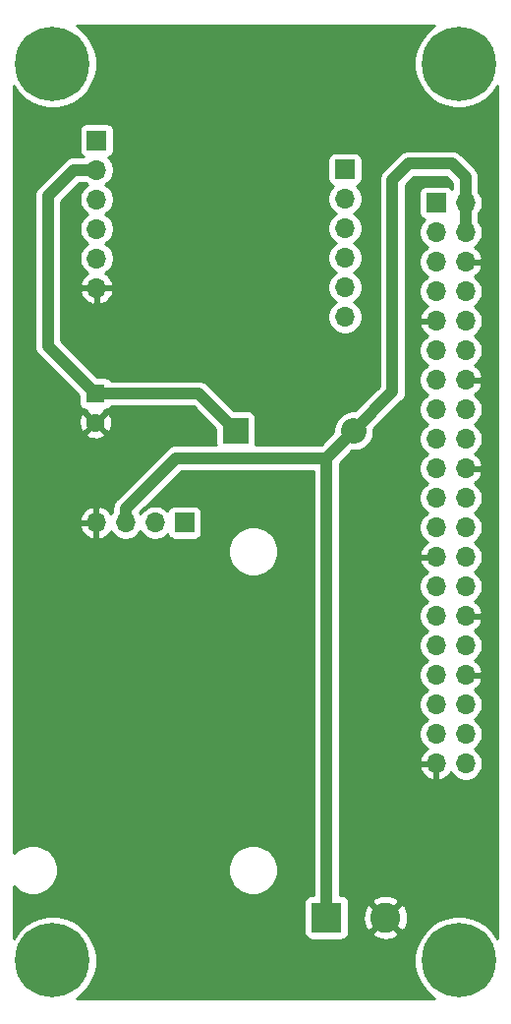
<source format=gbl>
G04 #@! TF.GenerationSoftware,KiCad,Pcbnew,5.1.6+dfsg1-1*
G04 #@! TF.CreationDate,2021-04-17T11:07:51+02:00*
G04 #@! TF.ProjectId,gsm-rtc-board,67736d2d-7274-4632-9d62-6f6172642e6b,rev?*
G04 #@! TF.SameCoordinates,Original*
G04 #@! TF.FileFunction,Copper,L2,Bot*
G04 #@! TF.FilePolarity,Positive*
%FSLAX46Y46*%
G04 Gerber Fmt 4.6, Leading zero omitted, Abs format (unit mm)*
G04 Created by KiCad (PCBNEW 5.1.6+dfsg1-1) date 2021-04-17 11:07:51*
%MOMM*%
%LPD*%
G01*
G04 APERTURE LIST*
G04 #@! TA.AperFunction,ComponentPad*
%ADD10O,1.700000X1.700000*%
G04 #@! TD*
G04 #@! TA.AperFunction,ComponentPad*
%ADD11R,1.700000X1.700000*%
G04 #@! TD*
G04 #@! TA.AperFunction,ComponentPad*
%ADD12C,6.400000*%
G04 #@! TD*
G04 #@! TA.AperFunction,ComponentPad*
%ADD13C,2.600000*%
G04 #@! TD*
G04 #@! TA.AperFunction,ComponentPad*
%ADD14R,2.600000X2.600000*%
G04 #@! TD*
G04 #@! TA.AperFunction,ComponentPad*
%ADD15O,2.200000X2.200000*%
G04 #@! TD*
G04 #@! TA.AperFunction,ComponentPad*
%ADD16R,2.200000X2.200000*%
G04 #@! TD*
G04 #@! TA.AperFunction,ComponentPad*
%ADD17C,1.600000*%
G04 #@! TD*
G04 #@! TA.AperFunction,ComponentPad*
%ADD18R,1.600000X1.600000*%
G04 #@! TD*
G04 #@! TA.AperFunction,Conductor*
%ADD19C,1.000000*%
G04 #@! TD*
G04 #@! TA.AperFunction,Conductor*
%ADD20C,0.254000*%
G04 #@! TD*
G04 APERTURE END LIST*
D10*
X77760000Y-108400000D03*
X80300000Y-108400000D03*
X82840000Y-108400000D03*
D11*
X85380000Y-108400000D03*
D12*
X74000000Y-146100000D03*
X109000000Y-146100000D03*
X109000000Y-68900000D03*
X74000000Y-68900000D03*
D10*
X99200000Y-90700000D03*
X99200000Y-88160000D03*
X99200000Y-85620000D03*
X99200000Y-83080000D03*
X99200000Y-80540000D03*
D11*
X99200000Y-78000000D03*
D10*
X77800000Y-88200000D03*
X77800000Y-85660000D03*
X77800000Y-83120000D03*
X77800000Y-80580000D03*
X77800000Y-78040000D03*
D11*
X77800000Y-75500000D03*
D10*
X109600000Y-129140000D03*
X107060000Y-129140000D03*
X109600000Y-126600000D03*
X107060000Y-126600000D03*
X109600000Y-124060000D03*
X107060000Y-124060000D03*
X109600000Y-121520000D03*
X107060000Y-121520000D03*
X109600000Y-118980000D03*
X107060000Y-118980000D03*
X109600000Y-116440000D03*
X107060000Y-116440000D03*
X109600000Y-113900000D03*
X107060000Y-113900000D03*
X109600000Y-111360000D03*
X107060000Y-111360000D03*
X109600000Y-108820000D03*
X107060000Y-108820000D03*
X109600000Y-106280000D03*
X107060000Y-106280000D03*
X109600000Y-103740000D03*
X107060000Y-103740000D03*
X109600000Y-101200000D03*
X107060000Y-101200000D03*
X109600000Y-98660000D03*
X107060000Y-98660000D03*
X109600000Y-96120000D03*
X107060000Y-96120000D03*
X109600000Y-93580000D03*
X107060000Y-93580000D03*
X109600000Y-91040000D03*
X107060000Y-91040000D03*
X109600000Y-88500000D03*
X107060000Y-88500000D03*
X109600000Y-85960000D03*
X107060000Y-85960000D03*
X109600000Y-83420000D03*
X107060000Y-83420000D03*
X109600000Y-80880000D03*
D11*
X107060000Y-80880000D03*
D13*
X102690000Y-142390000D03*
D14*
X97610000Y-142390000D03*
D15*
X99960000Y-100500000D03*
D16*
X89800000Y-100500000D03*
D17*
X77700000Y-99800000D03*
D18*
X77700000Y-97300000D03*
D19*
X86600000Y-97300000D02*
X89800000Y-100500000D01*
X77700000Y-97300000D02*
X86600000Y-97300000D01*
X77800000Y-78040000D02*
X75860000Y-78040000D01*
X75860000Y-78040000D02*
X73600000Y-80300000D01*
X73600000Y-93200000D02*
X77700000Y-97300000D01*
X73600000Y-80300000D02*
X73600000Y-93200000D01*
X109600000Y-80880000D02*
X109600000Y-78700000D01*
X109600000Y-78700000D02*
X108400000Y-77500000D01*
X108400000Y-77500000D02*
X104700000Y-77500000D01*
X104700000Y-77500000D02*
X103300000Y-78900000D01*
X103300000Y-97160000D02*
X99960000Y-100500000D01*
X103300000Y-78900000D02*
X103300000Y-97160000D01*
X109600000Y-83420000D02*
X109600000Y-80880000D01*
X97610000Y-102850000D02*
X99960000Y-100500000D01*
X97610000Y-142390000D02*
X97610000Y-102850000D01*
X80300000Y-107197919D02*
X80300000Y-108400000D01*
X84647919Y-102850000D02*
X80300000Y-107197919D01*
X97610000Y-102850000D02*
X84647919Y-102850000D01*
D20*
G36*
X106555330Y-65921161D02*
G01*
X106021161Y-66455330D01*
X105601467Y-67083446D01*
X105312377Y-67781372D01*
X105165000Y-68522285D01*
X105165000Y-69277715D01*
X105312377Y-70018628D01*
X105601467Y-70716554D01*
X106021161Y-71344670D01*
X106555330Y-71878839D01*
X107183446Y-72298533D01*
X107881372Y-72587623D01*
X108622285Y-72735000D01*
X109377715Y-72735000D01*
X110118628Y-72587623D01*
X110816554Y-72298533D01*
X111444670Y-71878839D01*
X111978839Y-71344670D01*
X112340001Y-70804153D01*
X112340000Y-144195845D01*
X111978839Y-143655330D01*
X111444670Y-143121161D01*
X110816554Y-142701467D01*
X110118628Y-142412377D01*
X109377715Y-142265000D01*
X108622285Y-142265000D01*
X107881372Y-142412377D01*
X107183446Y-142701467D01*
X106555330Y-143121161D01*
X106021161Y-143655330D01*
X105601467Y-144283446D01*
X105312377Y-144981372D01*
X105165000Y-145722285D01*
X105165000Y-146477715D01*
X105312377Y-147218628D01*
X105601467Y-147916554D01*
X106021161Y-148544670D01*
X106555330Y-149078839D01*
X106946185Y-149340000D01*
X76053815Y-149340000D01*
X76444670Y-149078839D01*
X76978839Y-148544670D01*
X77398533Y-147916554D01*
X77687623Y-147218628D01*
X77835000Y-146477715D01*
X77835000Y-145722285D01*
X77687623Y-144981372D01*
X77398533Y-144283446D01*
X76978839Y-143655330D01*
X76444670Y-143121161D01*
X75816554Y-142701467D01*
X75118628Y-142412377D01*
X74377715Y-142265000D01*
X73622285Y-142265000D01*
X72881372Y-142412377D01*
X72183446Y-142701467D01*
X71555330Y-143121161D01*
X71021161Y-143655330D01*
X70660000Y-144195845D01*
X70660000Y-139728140D01*
X70917023Y-139985163D01*
X71272355Y-140222588D01*
X71667179Y-140386130D01*
X72086323Y-140469503D01*
X72513677Y-140469503D01*
X72932821Y-140386130D01*
X73327645Y-140222588D01*
X73682977Y-139985163D01*
X73985163Y-139682977D01*
X74222588Y-139327645D01*
X74386130Y-138932821D01*
X74469503Y-138513677D01*
X74469503Y-138086323D01*
X89100497Y-138086323D01*
X89100497Y-138513677D01*
X89183870Y-138932821D01*
X89347412Y-139327645D01*
X89584837Y-139682977D01*
X89887023Y-139985163D01*
X90242355Y-140222588D01*
X90637179Y-140386130D01*
X91056323Y-140469503D01*
X91483677Y-140469503D01*
X91902821Y-140386130D01*
X92297645Y-140222588D01*
X92652977Y-139985163D01*
X92955163Y-139682977D01*
X93192588Y-139327645D01*
X93356130Y-138932821D01*
X93439503Y-138513677D01*
X93439503Y-138086323D01*
X93356130Y-137667179D01*
X93192588Y-137272355D01*
X92955163Y-136917023D01*
X92652977Y-136614837D01*
X92297645Y-136377412D01*
X91902821Y-136213870D01*
X91483677Y-136130497D01*
X91056323Y-136130497D01*
X90637179Y-136213870D01*
X90242355Y-136377412D01*
X89887023Y-136614837D01*
X89584837Y-136917023D01*
X89347412Y-137272355D01*
X89183870Y-137667179D01*
X89100497Y-138086323D01*
X74469503Y-138086323D01*
X74386130Y-137667179D01*
X74222588Y-137272355D01*
X73985163Y-136917023D01*
X73682977Y-136614837D01*
X73327645Y-136377412D01*
X72932821Y-136213870D01*
X72513677Y-136130497D01*
X72086323Y-136130497D01*
X71667179Y-136213870D01*
X71272355Y-136377412D01*
X70917023Y-136614837D01*
X70660000Y-136871860D01*
X70660000Y-110676323D01*
X89130497Y-110676323D01*
X89130497Y-111103677D01*
X89213870Y-111522821D01*
X89377412Y-111917645D01*
X89614837Y-112272977D01*
X89917023Y-112575163D01*
X90272355Y-112812588D01*
X90667179Y-112976130D01*
X91086323Y-113059503D01*
X91513677Y-113059503D01*
X91932821Y-112976130D01*
X92327645Y-112812588D01*
X92682977Y-112575163D01*
X92985163Y-112272977D01*
X93222588Y-111917645D01*
X93386130Y-111522821D01*
X93469503Y-111103677D01*
X93469503Y-110676323D01*
X93386130Y-110257179D01*
X93222588Y-109862355D01*
X92985163Y-109507023D01*
X92682977Y-109204837D01*
X92327645Y-108967412D01*
X91932821Y-108803870D01*
X91513677Y-108720497D01*
X91086323Y-108720497D01*
X90667179Y-108803870D01*
X90272355Y-108967412D01*
X89917023Y-109204837D01*
X89614837Y-109507023D01*
X89377412Y-109862355D01*
X89213870Y-110257179D01*
X89130497Y-110676323D01*
X70660000Y-110676323D01*
X70660000Y-108756891D01*
X76318519Y-108756891D01*
X76415843Y-109031252D01*
X76564822Y-109281355D01*
X76759731Y-109497588D01*
X76993080Y-109671641D01*
X77255901Y-109796825D01*
X77403110Y-109841476D01*
X77633000Y-109720155D01*
X77633000Y-108527000D01*
X76439186Y-108527000D01*
X76318519Y-108756891D01*
X70660000Y-108756891D01*
X70660000Y-108043109D01*
X76318519Y-108043109D01*
X76439186Y-108273000D01*
X77633000Y-108273000D01*
X77633000Y-107079845D01*
X77403110Y-106958524D01*
X77255901Y-107003175D01*
X76993080Y-107128359D01*
X76759731Y-107302412D01*
X76564822Y-107518645D01*
X76415843Y-107768748D01*
X76318519Y-108043109D01*
X70660000Y-108043109D01*
X70660000Y-100792702D01*
X76886903Y-100792702D01*
X76958486Y-101036671D01*
X77213996Y-101157571D01*
X77488184Y-101226300D01*
X77770512Y-101240217D01*
X78050130Y-101198787D01*
X78316292Y-101103603D01*
X78441514Y-101036671D01*
X78513097Y-100792702D01*
X77700000Y-99979605D01*
X76886903Y-100792702D01*
X70660000Y-100792702D01*
X70660000Y-99870512D01*
X76259783Y-99870512D01*
X76301213Y-100150130D01*
X76396397Y-100416292D01*
X76463329Y-100541514D01*
X76707298Y-100613097D01*
X77520395Y-99800000D01*
X77879605Y-99800000D01*
X78692702Y-100613097D01*
X78936671Y-100541514D01*
X79057571Y-100286004D01*
X79126300Y-100011816D01*
X79140217Y-99729488D01*
X79098787Y-99449870D01*
X79003603Y-99183708D01*
X78936671Y-99058486D01*
X78692702Y-98986903D01*
X77879605Y-99800000D01*
X77520395Y-99800000D01*
X76707298Y-98986903D01*
X76463329Y-99058486D01*
X76342429Y-99313996D01*
X76273700Y-99588184D01*
X76259783Y-99870512D01*
X70660000Y-99870512D01*
X70660000Y-80300000D01*
X72459509Y-80300000D01*
X72465000Y-80355752D01*
X72465001Y-93144239D01*
X72459509Y-93200000D01*
X72481423Y-93422498D01*
X72546324Y-93636446D01*
X72546325Y-93636447D01*
X72651717Y-93833623D01*
X72793552Y-94006449D01*
X72836860Y-94041991D01*
X76261928Y-97467061D01*
X76261928Y-98100000D01*
X76274188Y-98224482D01*
X76310498Y-98344180D01*
X76369463Y-98454494D01*
X76448815Y-98551185D01*
X76545506Y-98630537D01*
X76655820Y-98689502D01*
X76775518Y-98725812D01*
X76900000Y-98738072D01*
X76907215Y-98738072D01*
X76886903Y-98807298D01*
X77700000Y-99620395D01*
X78513097Y-98807298D01*
X78492785Y-98738072D01*
X78500000Y-98738072D01*
X78624482Y-98725812D01*
X78744180Y-98689502D01*
X78854494Y-98630537D01*
X78951185Y-98551185D01*
X79030537Y-98454494D01*
X79040957Y-98435000D01*
X86129869Y-98435000D01*
X88061928Y-100367060D01*
X88061928Y-101600000D01*
X88073254Y-101715000D01*
X84703670Y-101715000D01*
X84647918Y-101709509D01*
X84592167Y-101715000D01*
X84425420Y-101731423D01*
X84211472Y-101796324D01*
X84014296Y-101901716D01*
X83841470Y-102043551D01*
X83805930Y-102086857D01*
X79536865Y-106355923D01*
X79493551Y-106391470D01*
X79351716Y-106564296D01*
X79272149Y-106713158D01*
X79246324Y-106761473D01*
X79181423Y-106975421D01*
X79159509Y-107197919D01*
X79165000Y-107253670D01*
X79165000Y-107434893D01*
X79146525Y-107453368D01*
X79024805Y-107635534D01*
X78955178Y-107518645D01*
X78760269Y-107302412D01*
X78526920Y-107128359D01*
X78264099Y-107003175D01*
X78116890Y-106958524D01*
X77887000Y-107079845D01*
X77887000Y-108273000D01*
X77907000Y-108273000D01*
X77907000Y-108527000D01*
X77887000Y-108527000D01*
X77887000Y-109720155D01*
X78116890Y-109841476D01*
X78264099Y-109796825D01*
X78526920Y-109671641D01*
X78760269Y-109497588D01*
X78955178Y-109281355D01*
X79024805Y-109164466D01*
X79146525Y-109346632D01*
X79353368Y-109553475D01*
X79596589Y-109715990D01*
X79866842Y-109827932D01*
X80153740Y-109885000D01*
X80446260Y-109885000D01*
X80733158Y-109827932D01*
X81003411Y-109715990D01*
X81246632Y-109553475D01*
X81453475Y-109346632D01*
X81570000Y-109172240D01*
X81686525Y-109346632D01*
X81893368Y-109553475D01*
X82136589Y-109715990D01*
X82406842Y-109827932D01*
X82693740Y-109885000D01*
X82986260Y-109885000D01*
X83273158Y-109827932D01*
X83543411Y-109715990D01*
X83786632Y-109553475D01*
X83918487Y-109421620D01*
X83940498Y-109494180D01*
X83999463Y-109604494D01*
X84078815Y-109701185D01*
X84175506Y-109780537D01*
X84285820Y-109839502D01*
X84405518Y-109875812D01*
X84530000Y-109888072D01*
X86230000Y-109888072D01*
X86354482Y-109875812D01*
X86474180Y-109839502D01*
X86584494Y-109780537D01*
X86681185Y-109701185D01*
X86760537Y-109604494D01*
X86819502Y-109494180D01*
X86855812Y-109374482D01*
X86868072Y-109250000D01*
X86868072Y-107550000D01*
X86855812Y-107425518D01*
X86819502Y-107305820D01*
X86760537Y-107195506D01*
X86681185Y-107098815D01*
X86584494Y-107019463D01*
X86474180Y-106960498D01*
X86354482Y-106924188D01*
X86230000Y-106911928D01*
X84530000Y-106911928D01*
X84405518Y-106924188D01*
X84285820Y-106960498D01*
X84175506Y-107019463D01*
X84078815Y-107098815D01*
X83999463Y-107195506D01*
X83940498Y-107305820D01*
X83918487Y-107378380D01*
X83786632Y-107246525D01*
X83543411Y-107084010D01*
X83273158Y-106972068D01*
X82986260Y-106915000D01*
X82693740Y-106915000D01*
X82406842Y-106972068D01*
X82136589Y-107084010D01*
X81893368Y-107246525D01*
X81686525Y-107453368D01*
X81570000Y-107627760D01*
X81532065Y-107570986D01*
X85118051Y-103985000D01*
X96475001Y-103985000D01*
X96475000Y-140451928D01*
X96310000Y-140451928D01*
X96185518Y-140464188D01*
X96065820Y-140500498D01*
X95955506Y-140559463D01*
X95858815Y-140638815D01*
X95779463Y-140735506D01*
X95720498Y-140845820D01*
X95684188Y-140965518D01*
X95671928Y-141090000D01*
X95671928Y-143690000D01*
X95684188Y-143814482D01*
X95720498Y-143934180D01*
X95779463Y-144044494D01*
X95858815Y-144141185D01*
X95955506Y-144220537D01*
X96065820Y-144279502D01*
X96185518Y-144315812D01*
X96310000Y-144328072D01*
X98910000Y-144328072D01*
X99034482Y-144315812D01*
X99154180Y-144279502D01*
X99264494Y-144220537D01*
X99361185Y-144141185D01*
X99440537Y-144044494D01*
X99499502Y-143934180D01*
X99535812Y-143814482D01*
X99543224Y-143739224D01*
X101520381Y-143739224D01*
X101652317Y-144034312D01*
X101993045Y-144205159D01*
X102360557Y-144306250D01*
X102740729Y-144333701D01*
X103118951Y-144286457D01*
X103480690Y-144166333D01*
X103727683Y-144034312D01*
X103859619Y-143739224D01*
X102690000Y-142569605D01*
X101520381Y-143739224D01*
X99543224Y-143739224D01*
X99548072Y-143690000D01*
X99548072Y-142440729D01*
X100746299Y-142440729D01*
X100793543Y-142818951D01*
X100913667Y-143180690D01*
X101045688Y-143427683D01*
X101340776Y-143559619D01*
X102510395Y-142390000D01*
X102869605Y-142390000D01*
X104039224Y-143559619D01*
X104334312Y-143427683D01*
X104505159Y-143086955D01*
X104606250Y-142719443D01*
X104633701Y-142339271D01*
X104586457Y-141961049D01*
X104466333Y-141599310D01*
X104334312Y-141352317D01*
X104039224Y-141220381D01*
X102869605Y-142390000D01*
X102510395Y-142390000D01*
X101340776Y-141220381D01*
X101045688Y-141352317D01*
X100874841Y-141693045D01*
X100773750Y-142060557D01*
X100746299Y-142440729D01*
X99548072Y-142440729D01*
X99548072Y-141090000D01*
X99543225Y-141040776D01*
X101520381Y-141040776D01*
X102690000Y-142210395D01*
X103859619Y-141040776D01*
X103727683Y-140745688D01*
X103386955Y-140574841D01*
X103019443Y-140473750D01*
X102639271Y-140446299D01*
X102261049Y-140493543D01*
X101899310Y-140613667D01*
X101652317Y-140745688D01*
X101520381Y-141040776D01*
X99543225Y-141040776D01*
X99535812Y-140965518D01*
X99499502Y-140845820D01*
X99440537Y-140735506D01*
X99361185Y-140638815D01*
X99264494Y-140559463D01*
X99154180Y-140500498D01*
X99034482Y-140464188D01*
X98910000Y-140451928D01*
X98745000Y-140451928D01*
X98745000Y-129496890D01*
X105618524Y-129496890D01*
X105663175Y-129644099D01*
X105788359Y-129906920D01*
X105962412Y-130140269D01*
X106178645Y-130335178D01*
X106428748Y-130484157D01*
X106703109Y-130581481D01*
X106933000Y-130460814D01*
X106933000Y-129267000D01*
X105739845Y-129267000D01*
X105618524Y-129496890D01*
X98745000Y-129496890D01*
X98745000Y-103320131D01*
X99830132Y-102235000D01*
X100130883Y-102235000D01*
X100466081Y-102168325D01*
X100781831Y-102037537D01*
X101065998Y-101847663D01*
X101307663Y-101605998D01*
X101497537Y-101321831D01*
X101628325Y-101006081D01*
X101695000Y-100670883D01*
X101695000Y-100370131D01*
X104063141Y-98001991D01*
X104106449Y-97966449D01*
X104248284Y-97793623D01*
X104353676Y-97596447D01*
X104418577Y-97382499D01*
X104435000Y-97215752D01*
X104435000Y-97215743D01*
X104440490Y-97160001D01*
X104435000Y-97104259D01*
X104435000Y-79370131D01*
X105170132Y-78635000D01*
X107929869Y-78635000D01*
X108465001Y-79170132D01*
X108465001Y-79721273D01*
X108440537Y-79675506D01*
X108361185Y-79578815D01*
X108264494Y-79499463D01*
X108154180Y-79440498D01*
X108034482Y-79404188D01*
X107910000Y-79391928D01*
X106210000Y-79391928D01*
X106085518Y-79404188D01*
X105965820Y-79440498D01*
X105855506Y-79499463D01*
X105758815Y-79578815D01*
X105679463Y-79675506D01*
X105620498Y-79785820D01*
X105584188Y-79905518D01*
X105571928Y-80030000D01*
X105571928Y-81730000D01*
X105584188Y-81854482D01*
X105620498Y-81974180D01*
X105679463Y-82084494D01*
X105758815Y-82181185D01*
X105855506Y-82260537D01*
X105965820Y-82319502D01*
X106038380Y-82341513D01*
X105906525Y-82473368D01*
X105744010Y-82716589D01*
X105632068Y-82986842D01*
X105575000Y-83273740D01*
X105575000Y-83566260D01*
X105632068Y-83853158D01*
X105744010Y-84123411D01*
X105906525Y-84366632D01*
X106113368Y-84573475D01*
X106287760Y-84690000D01*
X106113368Y-84806525D01*
X105906525Y-85013368D01*
X105744010Y-85256589D01*
X105632068Y-85526842D01*
X105575000Y-85813740D01*
X105575000Y-86106260D01*
X105632068Y-86393158D01*
X105744010Y-86663411D01*
X105906525Y-86906632D01*
X106113368Y-87113475D01*
X106287760Y-87230000D01*
X106113368Y-87346525D01*
X105906525Y-87553368D01*
X105744010Y-87796589D01*
X105632068Y-88066842D01*
X105575000Y-88353740D01*
X105575000Y-88646260D01*
X105632068Y-88933158D01*
X105744010Y-89203411D01*
X105906525Y-89446632D01*
X106113368Y-89653475D01*
X106295534Y-89775195D01*
X106178645Y-89844822D01*
X105962412Y-90039731D01*
X105788359Y-90273080D01*
X105663175Y-90535901D01*
X105618524Y-90683110D01*
X105739845Y-90913000D01*
X106933000Y-90913000D01*
X106933000Y-90893000D01*
X107187000Y-90893000D01*
X107187000Y-90913000D01*
X107207000Y-90913000D01*
X107207000Y-91167000D01*
X107187000Y-91167000D01*
X107187000Y-91187000D01*
X106933000Y-91187000D01*
X106933000Y-91167000D01*
X105739845Y-91167000D01*
X105618524Y-91396890D01*
X105663175Y-91544099D01*
X105788359Y-91806920D01*
X105962412Y-92040269D01*
X106178645Y-92235178D01*
X106295534Y-92304805D01*
X106113368Y-92426525D01*
X105906525Y-92633368D01*
X105744010Y-92876589D01*
X105632068Y-93146842D01*
X105575000Y-93433740D01*
X105575000Y-93726260D01*
X105632068Y-94013158D01*
X105744010Y-94283411D01*
X105906525Y-94526632D01*
X106113368Y-94733475D01*
X106287760Y-94850000D01*
X106113368Y-94966525D01*
X105906525Y-95173368D01*
X105744010Y-95416589D01*
X105632068Y-95686842D01*
X105575000Y-95973740D01*
X105575000Y-96266260D01*
X105632068Y-96553158D01*
X105744010Y-96823411D01*
X105906525Y-97066632D01*
X106113368Y-97273475D01*
X106287760Y-97390000D01*
X106113368Y-97506525D01*
X105906525Y-97713368D01*
X105744010Y-97956589D01*
X105632068Y-98226842D01*
X105575000Y-98513740D01*
X105575000Y-98806260D01*
X105632068Y-99093158D01*
X105744010Y-99363411D01*
X105906525Y-99606632D01*
X106113368Y-99813475D01*
X106287760Y-99930000D01*
X106113368Y-100046525D01*
X105906525Y-100253368D01*
X105744010Y-100496589D01*
X105632068Y-100766842D01*
X105575000Y-101053740D01*
X105575000Y-101346260D01*
X105632068Y-101633158D01*
X105744010Y-101903411D01*
X105906525Y-102146632D01*
X106113368Y-102353475D01*
X106287760Y-102470000D01*
X106113368Y-102586525D01*
X105906525Y-102793368D01*
X105744010Y-103036589D01*
X105632068Y-103306842D01*
X105575000Y-103593740D01*
X105575000Y-103886260D01*
X105632068Y-104173158D01*
X105744010Y-104443411D01*
X105906525Y-104686632D01*
X106113368Y-104893475D01*
X106287760Y-105010000D01*
X106113368Y-105126525D01*
X105906525Y-105333368D01*
X105744010Y-105576589D01*
X105632068Y-105846842D01*
X105575000Y-106133740D01*
X105575000Y-106426260D01*
X105632068Y-106713158D01*
X105744010Y-106983411D01*
X105906525Y-107226632D01*
X106113368Y-107433475D01*
X106287760Y-107550000D01*
X106113368Y-107666525D01*
X105906525Y-107873368D01*
X105744010Y-108116589D01*
X105632068Y-108386842D01*
X105575000Y-108673740D01*
X105575000Y-108966260D01*
X105632068Y-109253158D01*
X105744010Y-109523411D01*
X105906525Y-109766632D01*
X106113368Y-109973475D01*
X106295534Y-110095195D01*
X106178645Y-110164822D01*
X105962412Y-110359731D01*
X105788359Y-110593080D01*
X105663175Y-110855901D01*
X105618524Y-111003110D01*
X105739845Y-111233000D01*
X106933000Y-111233000D01*
X106933000Y-111213000D01*
X107187000Y-111213000D01*
X107187000Y-111233000D01*
X107207000Y-111233000D01*
X107207000Y-111487000D01*
X107187000Y-111487000D01*
X107187000Y-111507000D01*
X106933000Y-111507000D01*
X106933000Y-111487000D01*
X105739845Y-111487000D01*
X105618524Y-111716890D01*
X105663175Y-111864099D01*
X105788359Y-112126920D01*
X105962412Y-112360269D01*
X106178645Y-112555178D01*
X106295534Y-112624805D01*
X106113368Y-112746525D01*
X105906525Y-112953368D01*
X105744010Y-113196589D01*
X105632068Y-113466842D01*
X105575000Y-113753740D01*
X105575000Y-114046260D01*
X105632068Y-114333158D01*
X105744010Y-114603411D01*
X105906525Y-114846632D01*
X106113368Y-115053475D01*
X106287760Y-115170000D01*
X106113368Y-115286525D01*
X105906525Y-115493368D01*
X105744010Y-115736589D01*
X105632068Y-116006842D01*
X105575000Y-116293740D01*
X105575000Y-116586260D01*
X105632068Y-116873158D01*
X105744010Y-117143411D01*
X105906525Y-117386632D01*
X106113368Y-117593475D01*
X106287760Y-117710000D01*
X106113368Y-117826525D01*
X105906525Y-118033368D01*
X105744010Y-118276589D01*
X105632068Y-118546842D01*
X105575000Y-118833740D01*
X105575000Y-119126260D01*
X105632068Y-119413158D01*
X105744010Y-119683411D01*
X105906525Y-119926632D01*
X106113368Y-120133475D01*
X106287760Y-120250000D01*
X106113368Y-120366525D01*
X105906525Y-120573368D01*
X105744010Y-120816589D01*
X105632068Y-121086842D01*
X105575000Y-121373740D01*
X105575000Y-121666260D01*
X105632068Y-121953158D01*
X105744010Y-122223411D01*
X105906525Y-122466632D01*
X106113368Y-122673475D01*
X106287760Y-122790000D01*
X106113368Y-122906525D01*
X105906525Y-123113368D01*
X105744010Y-123356589D01*
X105632068Y-123626842D01*
X105575000Y-123913740D01*
X105575000Y-124206260D01*
X105632068Y-124493158D01*
X105744010Y-124763411D01*
X105906525Y-125006632D01*
X106113368Y-125213475D01*
X106287760Y-125330000D01*
X106113368Y-125446525D01*
X105906525Y-125653368D01*
X105744010Y-125896589D01*
X105632068Y-126166842D01*
X105575000Y-126453740D01*
X105575000Y-126746260D01*
X105632068Y-127033158D01*
X105744010Y-127303411D01*
X105906525Y-127546632D01*
X106113368Y-127753475D01*
X106295534Y-127875195D01*
X106178645Y-127944822D01*
X105962412Y-128139731D01*
X105788359Y-128373080D01*
X105663175Y-128635901D01*
X105618524Y-128783110D01*
X105739845Y-129013000D01*
X106933000Y-129013000D01*
X106933000Y-128993000D01*
X107187000Y-128993000D01*
X107187000Y-129013000D01*
X107207000Y-129013000D01*
X107207000Y-129267000D01*
X107187000Y-129267000D01*
X107187000Y-130460814D01*
X107416891Y-130581481D01*
X107691252Y-130484157D01*
X107941355Y-130335178D01*
X108157588Y-130140269D01*
X108328900Y-129910594D01*
X108446525Y-130086632D01*
X108653368Y-130293475D01*
X108896589Y-130455990D01*
X109166842Y-130567932D01*
X109453740Y-130625000D01*
X109746260Y-130625000D01*
X110033158Y-130567932D01*
X110303411Y-130455990D01*
X110546632Y-130293475D01*
X110753475Y-130086632D01*
X110915990Y-129843411D01*
X111027932Y-129573158D01*
X111085000Y-129286260D01*
X111085000Y-128993740D01*
X111027932Y-128706842D01*
X110915990Y-128436589D01*
X110753475Y-128193368D01*
X110546632Y-127986525D01*
X110372240Y-127870000D01*
X110546632Y-127753475D01*
X110753475Y-127546632D01*
X110915990Y-127303411D01*
X111027932Y-127033158D01*
X111085000Y-126746260D01*
X111085000Y-126453740D01*
X111027932Y-126166842D01*
X110915990Y-125896589D01*
X110753475Y-125653368D01*
X110546632Y-125446525D01*
X110372240Y-125330000D01*
X110546632Y-125213475D01*
X110753475Y-125006632D01*
X110915990Y-124763411D01*
X111027932Y-124493158D01*
X111085000Y-124206260D01*
X111085000Y-123913740D01*
X111027932Y-123626842D01*
X110915990Y-123356589D01*
X110753475Y-123113368D01*
X110546632Y-122906525D01*
X110364466Y-122784805D01*
X110481355Y-122715178D01*
X110697588Y-122520269D01*
X110871641Y-122286920D01*
X110996825Y-122024099D01*
X111041476Y-121876890D01*
X110920155Y-121647000D01*
X109727000Y-121647000D01*
X109727000Y-121667000D01*
X109473000Y-121667000D01*
X109473000Y-121647000D01*
X109453000Y-121647000D01*
X109453000Y-121393000D01*
X109473000Y-121393000D01*
X109473000Y-121373000D01*
X109727000Y-121373000D01*
X109727000Y-121393000D01*
X110920155Y-121393000D01*
X111041476Y-121163110D01*
X110996825Y-121015901D01*
X110871641Y-120753080D01*
X110697588Y-120519731D01*
X110481355Y-120324822D01*
X110364466Y-120255195D01*
X110546632Y-120133475D01*
X110753475Y-119926632D01*
X110915990Y-119683411D01*
X111027932Y-119413158D01*
X111085000Y-119126260D01*
X111085000Y-118833740D01*
X111027932Y-118546842D01*
X110915990Y-118276589D01*
X110753475Y-118033368D01*
X110546632Y-117826525D01*
X110364466Y-117704805D01*
X110481355Y-117635178D01*
X110697588Y-117440269D01*
X110871641Y-117206920D01*
X110996825Y-116944099D01*
X111041476Y-116796890D01*
X110920155Y-116567000D01*
X109727000Y-116567000D01*
X109727000Y-116587000D01*
X109473000Y-116587000D01*
X109473000Y-116567000D01*
X109453000Y-116567000D01*
X109453000Y-116313000D01*
X109473000Y-116313000D01*
X109473000Y-116293000D01*
X109727000Y-116293000D01*
X109727000Y-116313000D01*
X110920155Y-116313000D01*
X111041476Y-116083110D01*
X110996825Y-115935901D01*
X110871641Y-115673080D01*
X110697588Y-115439731D01*
X110481355Y-115244822D01*
X110364466Y-115175195D01*
X110546632Y-115053475D01*
X110753475Y-114846632D01*
X110915990Y-114603411D01*
X111027932Y-114333158D01*
X111085000Y-114046260D01*
X111085000Y-113753740D01*
X111027932Y-113466842D01*
X110915990Y-113196589D01*
X110753475Y-112953368D01*
X110546632Y-112746525D01*
X110372240Y-112630000D01*
X110546632Y-112513475D01*
X110753475Y-112306632D01*
X110915990Y-112063411D01*
X111027932Y-111793158D01*
X111085000Y-111506260D01*
X111085000Y-111213740D01*
X111027932Y-110926842D01*
X110915990Y-110656589D01*
X110753475Y-110413368D01*
X110546632Y-110206525D01*
X110372240Y-110090000D01*
X110546632Y-109973475D01*
X110753475Y-109766632D01*
X110915990Y-109523411D01*
X111027932Y-109253158D01*
X111085000Y-108966260D01*
X111085000Y-108673740D01*
X111027932Y-108386842D01*
X110915990Y-108116589D01*
X110753475Y-107873368D01*
X110546632Y-107666525D01*
X110372240Y-107550000D01*
X110546632Y-107433475D01*
X110753475Y-107226632D01*
X110915990Y-106983411D01*
X111027932Y-106713158D01*
X111085000Y-106426260D01*
X111085000Y-106133740D01*
X111027932Y-105846842D01*
X110915990Y-105576589D01*
X110753475Y-105333368D01*
X110546632Y-105126525D01*
X110364466Y-105004805D01*
X110481355Y-104935178D01*
X110697588Y-104740269D01*
X110871641Y-104506920D01*
X110996825Y-104244099D01*
X111041476Y-104096890D01*
X110920155Y-103867000D01*
X109727000Y-103867000D01*
X109727000Y-103887000D01*
X109473000Y-103887000D01*
X109473000Y-103867000D01*
X109453000Y-103867000D01*
X109453000Y-103613000D01*
X109473000Y-103613000D01*
X109473000Y-103593000D01*
X109727000Y-103593000D01*
X109727000Y-103613000D01*
X110920155Y-103613000D01*
X111041476Y-103383110D01*
X110996825Y-103235901D01*
X110871641Y-102973080D01*
X110697588Y-102739731D01*
X110481355Y-102544822D01*
X110364466Y-102475195D01*
X110546632Y-102353475D01*
X110753475Y-102146632D01*
X110915990Y-101903411D01*
X111027932Y-101633158D01*
X111085000Y-101346260D01*
X111085000Y-101053740D01*
X111027932Y-100766842D01*
X110915990Y-100496589D01*
X110753475Y-100253368D01*
X110546632Y-100046525D01*
X110372240Y-99930000D01*
X110546632Y-99813475D01*
X110753475Y-99606632D01*
X110915990Y-99363411D01*
X111027932Y-99093158D01*
X111085000Y-98806260D01*
X111085000Y-98513740D01*
X111027932Y-98226842D01*
X110915990Y-97956589D01*
X110753475Y-97713368D01*
X110546632Y-97506525D01*
X110364466Y-97384805D01*
X110481355Y-97315178D01*
X110697588Y-97120269D01*
X110871641Y-96886920D01*
X110996825Y-96624099D01*
X111041476Y-96476890D01*
X110920155Y-96247000D01*
X109727000Y-96247000D01*
X109727000Y-96267000D01*
X109473000Y-96267000D01*
X109473000Y-96247000D01*
X109453000Y-96247000D01*
X109453000Y-95993000D01*
X109473000Y-95993000D01*
X109473000Y-95973000D01*
X109727000Y-95973000D01*
X109727000Y-95993000D01*
X110920155Y-95993000D01*
X111041476Y-95763110D01*
X110996825Y-95615901D01*
X110871641Y-95353080D01*
X110697588Y-95119731D01*
X110481355Y-94924822D01*
X110364466Y-94855195D01*
X110546632Y-94733475D01*
X110753475Y-94526632D01*
X110915990Y-94283411D01*
X111027932Y-94013158D01*
X111085000Y-93726260D01*
X111085000Y-93433740D01*
X111027932Y-93146842D01*
X110915990Y-92876589D01*
X110753475Y-92633368D01*
X110546632Y-92426525D01*
X110372240Y-92310000D01*
X110546632Y-92193475D01*
X110753475Y-91986632D01*
X110915990Y-91743411D01*
X111027932Y-91473158D01*
X111085000Y-91186260D01*
X111085000Y-90893740D01*
X111027932Y-90606842D01*
X110915990Y-90336589D01*
X110753475Y-90093368D01*
X110546632Y-89886525D01*
X110372240Y-89770000D01*
X110546632Y-89653475D01*
X110753475Y-89446632D01*
X110915990Y-89203411D01*
X111027932Y-88933158D01*
X111085000Y-88646260D01*
X111085000Y-88353740D01*
X111027932Y-88066842D01*
X110915990Y-87796589D01*
X110753475Y-87553368D01*
X110546632Y-87346525D01*
X110364466Y-87224805D01*
X110481355Y-87155178D01*
X110697588Y-86960269D01*
X110871641Y-86726920D01*
X110996825Y-86464099D01*
X111041476Y-86316890D01*
X110920155Y-86087000D01*
X109727000Y-86087000D01*
X109727000Y-86107000D01*
X109473000Y-86107000D01*
X109473000Y-86087000D01*
X109453000Y-86087000D01*
X109453000Y-85833000D01*
X109473000Y-85833000D01*
X109473000Y-85813000D01*
X109727000Y-85813000D01*
X109727000Y-85833000D01*
X110920155Y-85833000D01*
X111041476Y-85603110D01*
X110996825Y-85455901D01*
X110871641Y-85193080D01*
X110697588Y-84959731D01*
X110481355Y-84764822D01*
X110364466Y-84695195D01*
X110546632Y-84573475D01*
X110753475Y-84366632D01*
X110915990Y-84123411D01*
X111027932Y-83853158D01*
X111085000Y-83566260D01*
X111085000Y-83273740D01*
X111027932Y-82986842D01*
X110915990Y-82716589D01*
X110753475Y-82473368D01*
X110735000Y-82454893D01*
X110735000Y-81845107D01*
X110753475Y-81826632D01*
X110915990Y-81583411D01*
X111027932Y-81313158D01*
X111085000Y-81026260D01*
X111085000Y-80733740D01*
X111027932Y-80446842D01*
X110915990Y-80176589D01*
X110753475Y-79933368D01*
X110735000Y-79914893D01*
X110735000Y-78755741D01*
X110740490Y-78699999D01*
X110735000Y-78644257D01*
X110735000Y-78644248D01*
X110718577Y-78477501D01*
X110653676Y-78263553D01*
X110548284Y-78066377D01*
X110406449Y-77893551D01*
X110363140Y-77858008D01*
X109241996Y-76736865D01*
X109206449Y-76693551D01*
X109033623Y-76551716D01*
X108836447Y-76446324D01*
X108622499Y-76381423D01*
X108455752Y-76365000D01*
X108455751Y-76365000D01*
X108400000Y-76359509D01*
X108344249Y-76365000D01*
X104755751Y-76365000D01*
X104700000Y-76359509D01*
X104644248Y-76365000D01*
X104477501Y-76381423D01*
X104263553Y-76446324D01*
X104066377Y-76551716D01*
X103893551Y-76693551D01*
X103858008Y-76736860D01*
X102536865Y-78058004D01*
X102493551Y-78093551D01*
X102351716Y-78266377D01*
X102254486Y-78448284D01*
X102246324Y-78463554D01*
X102181423Y-78677502D01*
X102159509Y-78900000D01*
X102165000Y-78955751D01*
X102165001Y-96689867D01*
X100089869Y-98765000D01*
X99789117Y-98765000D01*
X99453919Y-98831675D01*
X99138169Y-98962463D01*
X98854002Y-99152337D01*
X98612337Y-99394002D01*
X98422463Y-99678169D01*
X98291675Y-99993919D01*
X98225000Y-100329117D01*
X98225000Y-100629868D01*
X97139869Y-101715000D01*
X91526746Y-101715000D01*
X91538072Y-101600000D01*
X91538072Y-99400000D01*
X91525812Y-99275518D01*
X91489502Y-99155820D01*
X91430537Y-99045506D01*
X91351185Y-98948815D01*
X91254494Y-98869463D01*
X91144180Y-98810498D01*
X91024482Y-98774188D01*
X90900000Y-98761928D01*
X89667060Y-98761928D01*
X87441996Y-96536865D01*
X87406449Y-96493551D01*
X87233623Y-96351716D01*
X87036447Y-96246324D01*
X86822499Y-96181423D01*
X86655752Y-96165000D01*
X86655751Y-96165000D01*
X86600000Y-96159509D01*
X86544249Y-96165000D01*
X79040957Y-96165000D01*
X79030537Y-96145506D01*
X78951185Y-96048815D01*
X78854494Y-95969463D01*
X78744180Y-95910498D01*
X78624482Y-95874188D01*
X78500000Y-95861928D01*
X77867061Y-95861928D01*
X74735000Y-92729869D01*
X74735000Y-88556890D01*
X76358524Y-88556890D01*
X76403175Y-88704099D01*
X76528359Y-88966920D01*
X76702412Y-89200269D01*
X76918645Y-89395178D01*
X77168748Y-89544157D01*
X77443109Y-89641481D01*
X77673000Y-89520814D01*
X77673000Y-88327000D01*
X77927000Y-88327000D01*
X77927000Y-89520814D01*
X78156891Y-89641481D01*
X78431252Y-89544157D01*
X78681355Y-89395178D01*
X78897588Y-89200269D01*
X79071641Y-88966920D01*
X79196825Y-88704099D01*
X79241476Y-88556890D01*
X79120155Y-88327000D01*
X77927000Y-88327000D01*
X77673000Y-88327000D01*
X76479845Y-88327000D01*
X76358524Y-88556890D01*
X74735000Y-88556890D01*
X74735000Y-80770131D01*
X76330133Y-79175000D01*
X76834893Y-79175000D01*
X76853368Y-79193475D01*
X77027760Y-79310000D01*
X76853368Y-79426525D01*
X76646525Y-79633368D01*
X76484010Y-79876589D01*
X76372068Y-80146842D01*
X76315000Y-80433740D01*
X76315000Y-80726260D01*
X76372068Y-81013158D01*
X76484010Y-81283411D01*
X76646525Y-81526632D01*
X76853368Y-81733475D01*
X77027760Y-81850000D01*
X76853368Y-81966525D01*
X76646525Y-82173368D01*
X76484010Y-82416589D01*
X76372068Y-82686842D01*
X76315000Y-82973740D01*
X76315000Y-83266260D01*
X76372068Y-83553158D01*
X76484010Y-83823411D01*
X76646525Y-84066632D01*
X76853368Y-84273475D01*
X77027760Y-84390000D01*
X76853368Y-84506525D01*
X76646525Y-84713368D01*
X76484010Y-84956589D01*
X76372068Y-85226842D01*
X76315000Y-85513740D01*
X76315000Y-85806260D01*
X76372068Y-86093158D01*
X76484010Y-86363411D01*
X76646525Y-86606632D01*
X76853368Y-86813475D01*
X77035534Y-86935195D01*
X76918645Y-87004822D01*
X76702412Y-87199731D01*
X76528359Y-87433080D01*
X76403175Y-87695901D01*
X76358524Y-87843110D01*
X76479845Y-88073000D01*
X77673000Y-88073000D01*
X77673000Y-88053000D01*
X77927000Y-88053000D01*
X77927000Y-88073000D01*
X79120155Y-88073000D01*
X79241476Y-87843110D01*
X79196825Y-87695901D01*
X79071641Y-87433080D01*
X78897588Y-87199731D01*
X78681355Y-87004822D01*
X78564466Y-86935195D01*
X78746632Y-86813475D01*
X78953475Y-86606632D01*
X79115990Y-86363411D01*
X79227932Y-86093158D01*
X79285000Y-85806260D01*
X79285000Y-85513740D01*
X79227932Y-85226842D01*
X79115990Y-84956589D01*
X78953475Y-84713368D01*
X78746632Y-84506525D01*
X78572240Y-84390000D01*
X78746632Y-84273475D01*
X78953475Y-84066632D01*
X79115990Y-83823411D01*
X79227932Y-83553158D01*
X79285000Y-83266260D01*
X79285000Y-82973740D01*
X79227932Y-82686842D01*
X79115990Y-82416589D01*
X78953475Y-82173368D01*
X78746632Y-81966525D01*
X78572240Y-81850000D01*
X78746632Y-81733475D01*
X78953475Y-81526632D01*
X79115990Y-81283411D01*
X79227932Y-81013158D01*
X79285000Y-80726260D01*
X79285000Y-80433740D01*
X79227932Y-80146842D01*
X79115990Y-79876589D01*
X78953475Y-79633368D01*
X78746632Y-79426525D01*
X78572240Y-79310000D01*
X78746632Y-79193475D01*
X78953475Y-78986632D01*
X79115990Y-78743411D01*
X79227932Y-78473158D01*
X79285000Y-78186260D01*
X79285000Y-77893740D01*
X79227932Y-77606842D01*
X79115990Y-77336589D01*
X78991316Y-77150000D01*
X97711928Y-77150000D01*
X97711928Y-78850000D01*
X97724188Y-78974482D01*
X97760498Y-79094180D01*
X97819463Y-79204494D01*
X97898815Y-79301185D01*
X97995506Y-79380537D01*
X98105820Y-79439502D01*
X98178380Y-79461513D01*
X98046525Y-79593368D01*
X97884010Y-79836589D01*
X97772068Y-80106842D01*
X97715000Y-80393740D01*
X97715000Y-80686260D01*
X97772068Y-80973158D01*
X97884010Y-81243411D01*
X98046525Y-81486632D01*
X98253368Y-81693475D01*
X98427760Y-81810000D01*
X98253368Y-81926525D01*
X98046525Y-82133368D01*
X97884010Y-82376589D01*
X97772068Y-82646842D01*
X97715000Y-82933740D01*
X97715000Y-83226260D01*
X97772068Y-83513158D01*
X97884010Y-83783411D01*
X98046525Y-84026632D01*
X98253368Y-84233475D01*
X98427760Y-84350000D01*
X98253368Y-84466525D01*
X98046525Y-84673368D01*
X97884010Y-84916589D01*
X97772068Y-85186842D01*
X97715000Y-85473740D01*
X97715000Y-85766260D01*
X97772068Y-86053158D01*
X97884010Y-86323411D01*
X98046525Y-86566632D01*
X98253368Y-86773475D01*
X98427760Y-86890000D01*
X98253368Y-87006525D01*
X98046525Y-87213368D01*
X97884010Y-87456589D01*
X97772068Y-87726842D01*
X97715000Y-88013740D01*
X97715000Y-88306260D01*
X97772068Y-88593158D01*
X97884010Y-88863411D01*
X98046525Y-89106632D01*
X98253368Y-89313475D01*
X98427760Y-89430000D01*
X98253368Y-89546525D01*
X98046525Y-89753368D01*
X97884010Y-89996589D01*
X97772068Y-90266842D01*
X97715000Y-90553740D01*
X97715000Y-90846260D01*
X97772068Y-91133158D01*
X97884010Y-91403411D01*
X98046525Y-91646632D01*
X98253368Y-91853475D01*
X98496589Y-92015990D01*
X98766842Y-92127932D01*
X99053740Y-92185000D01*
X99346260Y-92185000D01*
X99633158Y-92127932D01*
X99903411Y-92015990D01*
X100146632Y-91853475D01*
X100353475Y-91646632D01*
X100515990Y-91403411D01*
X100627932Y-91133158D01*
X100685000Y-90846260D01*
X100685000Y-90553740D01*
X100627932Y-90266842D01*
X100515990Y-89996589D01*
X100353475Y-89753368D01*
X100146632Y-89546525D01*
X99972240Y-89430000D01*
X100146632Y-89313475D01*
X100353475Y-89106632D01*
X100515990Y-88863411D01*
X100627932Y-88593158D01*
X100685000Y-88306260D01*
X100685000Y-88013740D01*
X100627932Y-87726842D01*
X100515990Y-87456589D01*
X100353475Y-87213368D01*
X100146632Y-87006525D01*
X99972240Y-86890000D01*
X100146632Y-86773475D01*
X100353475Y-86566632D01*
X100515990Y-86323411D01*
X100627932Y-86053158D01*
X100685000Y-85766260D01*
X100685000Y-85473740D01*
X100627932Y-85186842D01*
X100515990Y-84916589D01*
X100353475Y-84673368D01*
X100146632Y-84466525D01*
X99972240Y-84350000D01*
X100146632Y-84233475D01*
X100353475Y-84026632D01*
X100515990Y-83783411D01*
X100627932Y-83513158D01*
X100685000Y-83226260D01*
X100685000Y-82933740D01*
X100627932Y-82646842D01*
X100515990Y-82376589D01*
X100353475Y-82133368D01*
X100146632Y-81926525D01*
X99972240Y-81810000D01*
X100146632Y-81693475D01*
X100353475Y-81486632D01*
X100515990Y-81243411D01*
X100627932Y-80973158D01*
X100685000Y-80686260D01*
X100685000Y-80393740D01*
X100627932Y-80106842D01*
X100515990Y-79836589D01*
X100353475Y-79593368D01*
X100221620Y-79461513D01*
X100294180Y-79439502D01*
X100404494Y-79380537D01*
X100501185Y-79301185D01*
X100580537Y-79204494D01*
X100639502Y-79094180D01*
X100675812Y-78974482D01*
X100688072Y-78850000D01*
X100688072Y-77150000D01*
X100675812Y-77025518D01*
X100639502Y-76905820D01*
X100580537Y-76795506D01*
X100501185Y-76698815D01*
X100404494Y-76619463D01*
X100294180Y-76560498D01*
X100174482Y-76524188D01*
X100050000Y-76511928D01*
X98350000Y-76511928D01*
X98225518Y-76524188D01*
X98105820Y-76560498D01*
X97995506Y-76619463D01*
X97898815Y-76698815D01*
X97819463Y-76795506D01*
X97760498Y-76905820D01*
X97724188Y-77025518D01*
X97711928Y-77150000D01*
X78991316Y-77150000D01*
X78953475Y-77093368D01*
X78821620Y-76961513D01*
X78894180Y-76939502D01*
X79004494Y-76880537D01*
X79101185Y-76801185D01*
X79180537Y-76704494D01*
X79239502Y-76594180D01*
X79275812Y-76474482D01*
X79288072Y-76350000D01*
X79288072Y-74650000D01*
X79275812Y-74525518D01*
X79239502Y-74405820D01*
X79180537Y-74295506D01*
X79101185Y-74198815D01*
X79004494Y-74119463D01*
X78894180Y-74060498D01*
X78774482Y-74024188D01*
X78650000Y-74011928D01*
X76950000Y-74011928D01*
X76825518Y-74024188D01*
X76705820Y-74060498D01*
X76595506Y-74119463D01*
X76498815Y-74198815D01*
X76419463Y-74295506D01*
X76360498Y-74405820D01*
X76324188Y-74525518D01*
X76311928Y-74650000D01*
X76311928Y-76350000D01*
X76324188Y-76474482D01*
X76360498Y-76594180D01*
X76419463Y-76704494D01*
X76498815Y-76801185D01*
X76595506Y-76880537D01*
X76641272Y-76905000D01*
X75915752Y-76905000D01*
X75860000Y-76899509D01*
X75804248Y-76905000D01*
X75637501Y-76921423D01*
X75423553Y-76986324D01*
X75226377Y-77091716D01*
X75096856Y-77198011D01*
X75096854Y-77198013D01*
X75053551Y-77233551D01*
X75018013Y-77276854D01*
X72836864Y-79458004D01*
X72793551Y-79493551D01*
X72651716Y-79666377D01*
X72546325Y-79863553D01*
X72546324Y-79863554D01*
X72481423Y-80077502D01*
X72459509Y-80300000D01*
X70660000Y-80300000D01*
X70660000Y-70804155D01*
X71021161Y-71344670D01*
X71555330Y-71878839D01*
X72183446Y-72298533D01*
X72881372Y-72587623D01*
X73622285Y-72735000D01*
X74377715Y-72735000D01*
X75118628Y-72587623D01*
X75816554Y-72298533D01*
X76444670Y-71878839D01*
X76978839Y-71344670D01*
X77398533Y-70716554D01*
X77687623Y-70018628D01*
X77835000Y-69277715D01*
X77835000Y-68522285D01*
X77687623Y-67781372D01*
X77398533Y-67083446D01*
X76978839Y-66455330D01*
X76444670Y-65921161D01*
X76053815Y-65660000D01*
X106946185Y-65660000D01*
X106555330Y-65921161D01*
G37*
X106555330Y-65921161D02*
X106021161Y-66455330D01*
X105601467Y-67083446D01*
X105312377Y-67781372D01*
X105165000Y-68522285D01*
X105165000Y-69277715D01*
X105312377Y-70018628D01*
X105601467Y-70716554D01*
X106021161Y-71344670D01*
X106555330Y-71878839D01*
X107183446Y-72298533D01*
X107881372Y-72587623D01*
X108622285Y-72735000D01*
X109377715Y-72735000D01*
X110118628Y-72587623D01*
X110816554Y-72298533D01*
X111444670Y-71878839D01*
X111978839Y-71344670D01*
X112340001Y-70804153D01*
X112340000Y-144195845D01*
X111978839Y-143655330D01*
X111444670Y-143121161D01*
X110816554Y-142701467D01*
X110118628Y-142412377D01*
X109377715Y-142265000D01*
X108622285Y-142265000D01*
X107881372Y-142412377D01*
X107183446Y-142701467D01*
X106555330Y-143121161D01*
X106021161Y-143655330D01*
X105601467Y-144283446D01*
X105312377Y-144981372D01*
X105165000Y-145722285D01*
X105165000Y-146477715D01*
X105312377Y-147218628D01*
X105601467Y-147916554D01*
X106021161Y-148544670D01*
X106555330Y-149078839D01*
X106946185Y-149340000D01*
X76053815Y-149340000D01*
X76444670Y-149078839D01*
X76978839Y-148544670D01*
X77398533Y-147916554D01*
X77687623Y-147218628D01*
X77835000Y-146477715D01*
X77835000Y-145722285D01*
X77687623Y-144981372D01*
X77398533Y-144283446D01*
X76978839Y-143655330D01*
X76444670Y-143121161D01*
X75816554Y-142701467D01*
X75118628Y-142412377D01*
X74377715Y-142265000D01*
X73622285Y-142265000D01*
X72881372Y-142412377D01*
X72183446Y-142701467D01*
X71555330Y-143121161D01*
X71021161Y-143655330D01*
X70660000Y-144195845D01*
X70660000Y-139728140D01*
X70917023Y-139985163D01*
X71272355Y-140222588D01*
X71667179Y-140386130D01*
X72086323Y-140469503D01*
X72513677Y-140469503D01*
X72932821Y-140386130D01*
X73327645Y-140222588D01*
X73682977Y-139985163D01*
X73985163Y-139682977D01*
X74222588Y-139327645D01*
X74386130Y-138932821D01*
X74469503Y-138513677D01*
X74469503Y-138086323D01*
X89100497Y-138086323D01*
X89100497Y-138513677D01*
X89183870Y-138932821D01*
X89347412Y-139327645D01*
X89584837Y-139682977D01*
X89887023Y-139985163D01*
X90242355Y-140222588D01*
X90637179Y-140386130D01*
X91056323Y-140469503D01*
X91483677Y-140469503D01*
X91902821Y-140386130D01*
X92297645Y-140222588D01*
X92652977Y-139985163D01*
X92955163Y-139682977D01*
X93192588Y-139327645D01*
X93356130Y-138932821D01*
X93439503Y-138513677D01*
X93439503Y-138086323D01*
X93356130Y-137667179D01*
X93192588Y-137272355D01*
X92955163Y-136917023D01*
X92652977Y-136614837D01*
X92297645Y-136377412D01*
X91902821Y-136213870D01*
X91483677Y-136130497D01*
X91056323Y-136130497D01*
X90637179Y-136213870D01*
X90242355Y-136377412D01*
X89887023Y-136614837D01*
X89584837Y-136917023D01*
X89347412Y-137272355D01*
X89183870Y-137667179D01*
X89100497Y-138086323D01*
X74469503Y-138086323D01*
X74386130Y-137667179D01*
X74222588Y-137272355D01*
X73985163Y-136917023D01*
X73682977Y-136614837D01*
X73327645Y-136377412D01*
X72932821Y-136213870D01*
X72513677Y-136130497D01*
X72086323Y-136130497D01*
X71667179Y-136213870D01*
X71272355Y-136377412D01*
X70917023Y-136614837D01*
X70660000Y-136871860D01*
X70660000Y-110676323D01*
X89130497Y-110676323D01*
X89130497Y-111103677D01*
X89213870Y-111522821D01*
X89377412Y-111917645D01*
X89614837Y-112272977D01*
X89917023Y-112575163D01*
X90272355Y-112812588D01*
X90667179Y-112976130D01*
X91086323Y-113059503D01*
X91513677Y-113059503D01*
X91932821Y-112976130D01*
X92327645Y-112812588D01*
X92682977Y-112575163D01*
X92985163Y-112272977D01*
X93222588Y-111917645D01*
X93386130Y-111522821D01*
X93469503Y-111103677D01*
X93469503Y-110676323D01*
X93386130Y-110257179D01*
X93222588Y-109862355D01*
X92985163Y-109507023D01*
X92682977Y-109204837D01*
X92327645Y-108967412D01*
X91932821Y-108803870D01*
X91513677Y-108720497D01*
X91086323Y-108720497D01*
X90667179Y-108803870D01*
X90272355Y-108967412D01*
X89917023Y-109204837D01*
X89614837Y-109507023D01*
X89377412Y-109862355D01*
X89213870Y-110257179D01*
X89130497Y-110676323D01*
X70660000Y-110676323D01*
X70660000Y-108756891D01*
X76318519Y-108756891D01*
X76415843Y-109031252D01*
X76564822Y-109281355D01*
X76759731Y-109497588D01*
X76993080Y-109671641D01*
X77255901Y-109796825D01*
X77403110Y-109841476D01*
X77633000Y-109720155D01*
X77633000Y-108527000D01*
X76439186Y-108527000D01*
X76318519Y-108756891D01*
X70660000Y-108756891D01*
X70660000Y-108043109D01*
X76318519Y-108043109D01*
X76439186Y-108273000D01*
X77633000Y-108273000D01*
X77633000Y-107079845D01*
X77403110Y-106958524D01*
X77255901Y-107003175D01*
X76993080Y-107128359D01*
X76759731Y-107302412D01*
X76564822Y-107518645D01*
X76415843Y-107768748D01*
X76318519Y-108043109D01*
X70660000Y-108043109D01*
X70660000Y-100792702D01*
X76886903Y-100792702D01*
X76958486Y-101036671D01*
X77213996Y-101157571D01*
X77488184Y-101226300D01*
X77770512Y-101240217D01*
X78050130Y-101198787D01*
X78316292Y-101103603D01*
X78441514Y-101036671D01*
X78513097Y-100792702D01*
X77700000Y-99979605D01*
X76886903Y-100792702D01*
X70660000Y-100792702D01*
X70660000Y-99870512D01*
X76259783Y-99870512D01*
X76301213Y-100150130D01*
X76396397Y-100416292D01*
X76463329Y-100541514D01*
X76707298Y-100613097D01*
X77520395Y-99800000D01*
X77879605Y-99800000D01*
X78692702Y-100613097D01*
X78936671Y-100541514D01*
X79057571Y-100286004D01*
X79126300Y-100011816D01*
X79140217Y-99729488D01*
X79098787Y-99449870D01*
X79003603Y-99183708D01*
X78936671Y-99058486D01*
X78692702Y-98986903D01*
X77879605Y-99800000D01*
X77520395Y-99800000D01*
X76707298Y-98986903D01*
X76463329Y-99058486D01*
X76342429Y-99313996D01*
X76273700Y-99588184D01*
X76259783Y-99870512D01*
X70660000Y-99870512D01*
X70660000Y-80300000D01*
X72459509Y-80300000D01*
X72465000Y-80355752D01*
X72465001Y-93144239D01*
X72459509Y-93200000D01*
X72481423Y-93422498D01*
X72546324Y-93636446D01*
X72546325Y-93636447D01*
X72651717Y-93833623D01*
X72793552Y-94006449D01*
X72836860Y-94041991D01*
X76261928Y-97467061D01*
X76261928Y-98100000D01*
X76274188Y-98224482D01*
X76310498Y-98344180D01*
X76369463Y-98454494D01*
X76448815Y-98551185D01*
X76545506Y-98630537D01*
X76655820Y-98689502D01*
X76775518Y-98725812D01*
X76900000Y-98738072D01*
X76907215Y-98738072D01*
X76886903Y-98807298D01*
X77700000Y-99620395D01*
X78513097Y-98807298D01*
X78492785Y-98738072D01*
X78500000Y-98738072D01*
X78624482Y-98725812D01*
X78744180Y-98689502D01*
X78854494Y-98630537D01*
X78951185Y-98551185D01*
X79030537Y-98454494D01*
X79040957Y-98435000D01*
X86129869Y-98435000D01*
X88061928Y-100367060D01*
X88061928Y-101600000D01*
X88073254Y-101715000D01*
X84703670Y-101715000D01*
X84647918Y-101709509D01*
X84592167Y-101715000D01*
X84425420Y-101731423D01*
X84211472Y-101796324D01*
X84014296Y-101901716D01*
X83841470Y-102043551D01*
X83805930Y-102086857D01*
X79536865Y-106355923D01*
X79493551Y-106391470D01*
X79351716Y-106564296D01*
X79272149Y-106713158D01*
X79246324Y-106761473D01*
X79181423Y-106975421D01*
X79159509Y-107197919D01*
X79165000Y-107253670D01*
X79165000Y-107434893D01*
X79146525Y-107453368D01*
X79024805Y-107635534D01*
X78955178Y-107518645D01*
X78760269Y-107302412D01*
X78526920Y-107128359D01*
X78264099Y-107003175D01*
X78116890Y-106958524D01*
X77887000Y-107079845D01*
X77887000Y-108273000D01*
X77907000Y-108273000D01*
X77907000Y-108527000D01*
X77887000Y-108527000D01*
X77887000Y-109720155D01*
X78116890Y-109841476D01*
X78264099Y-109796825D01*
X78526920Y-109671641D01*
X78760269Y-109497588D01*
X78955178Y-109281355D01*
X79024805Y-109164466D01*
X79146525Y-109346632D01*
X79353368Y-109553475D01*
X79596589Y-109715990D01*
X79866842Y-109827932D01*
X80153740Y-109885000D01*
X80446260Y-109885000D01*
X80733158Y-109827932D01*
X81003411Y-109715990D01*
X81246632Y-109553475D01*
X81453475Y-109346632D01*
X81570000Y-109172240D01*
X81686525Y-109346632D01*
X81893368Y-109553475D01*
X82136589Y-109715990D01*
X82406842Y-109827932D01*
X82693740Y-109885000D01*
X82986260Y-109885000D01*
X83273158Y-109827932D01*
X83543411Y-109715990D01*
X83786632Y-109553475D01*
X83918487Y-109421620D01*
X83940498Y-109494180D01*
X83999463Y-109604494D01*
X84078815Y-109701185D01*
X84175506Y-109780537D01*
X84285820Y-109839502D01*
X84405518Y-109875812D01*
X84530000Y-109888072D01*
X86230000Y-109888072D01*
X86354482Y-109875812D01*
X86474180Y-109839502D01*
X86584494Y-109780537D01*
X86681185Y-109701185D01*
X86760537Y-109604494D01*
X86819502Y-109494180D01*
X86855812Y-109374482D01*
X86868072Y-109250000D01*
X86868072Y-107550000D01*
X86855812Y-107425518D01*
X86819502Y-107305820D01*
X86760537Y-107195506D01*
X86681185Y-107098815D01*
X86584494Y-107019463D01*
X86474180Y-106960498D01*
X86354482Y-106924188D01*
X86230000Y-106911928D01*
X84530000Y-106911928D01*
X84405518Y-106924188D01*
X84285820Y-106960498D01*
X84175506Y-107019463D01*
X84078815Y-107098815D01*
X83999463Y-107195506D01*
X83940498Y-107305820D01*
X83918487Y-107378380D01*
X83786632Y-107246525D01*
X83543411Y-107084010D01*
X83273158Y-106972068D01*
X82986260Y-106915000D01*
X82693740Y-106915000D01*
X82406842Y-106972068D01*
X82136589Y-107084010D01*
X81893368Y-107246525D01*
X81686525Y-107453368D01*
X81570000Y-107627760D01*
X81532065Y-107570986D01*
X85118051Y-103985000D01*
X96475001Y-103985000D01*
X96475000Y-140451928D01*
X96310000Y-140451928D01*
X96185518Y-140464188D01*
X96065820Y-140500498D01*
X95955506Y-140559463D01*
X95858815Y-140638815D01*
X95779463Y-140735506D01*
X95720498Y-140845820D01*
X95684188Y-140965518D01*
X95671928Y-141090000D01*
X95671928Y-143690000D01*
X95684188Y-143814482D01*
X95720498Y-143934180D01*
X95779463Y-144044494D01*
X95858815Y-144141185D01*
X95955506Y-144220537D01*
X96065820Y-144279502D01*
X96185518Y-144315812D01*
X96310000Y-144328072D01*
X98910000Y-144328072D01*
X99034482Y-144315812D01*
X99154180Y-144279502D01*
X99264494Y-144220537D01*
X99361185Y-144141185D01*
X99440537Y-144044494D01*
X99499502Y-143934180D01*
X99535812Y-143814482D01*
X99543224Y-143739224D01*
X101520381Y-143739224D01*
X101652317Y-144034312D01*
X101993045Y-144205159D01*
X102360557Y-144306250D01*
X102740729Y-144333701D01*
X103118951Y-144286457D01*
X103480690Y-144166333D01*
X103727683Y-144034312D01*
X103859619Y-143739224D01*
X102690000Y-142569605D01*
X101520381Y-143739224D01*
X99543224Y-143739224D01*
X99548072Y-143690000D01*
X99548072Y-142440729D01*
X100746299Y-142440729D01*
X100793543Y-142818951D01*
X100913667Y-143180690D01*
X101045688Y-143427683D01*
X101340776Y-143559619D01*
X102510395Y-142390000D01*
X102869605Y-142390000D01*
X104039224Y-143559619D01*
X104334312Y-143427683D01*
X104505159Y-143086955D01*
X104606250Y-142719443D01*
X104633701Y-142339271D01*
X104586457Y-141961049D01*
X104466333Y-141599310D01*
X104334312Y-141352317D01*
X104039224Y-141220381D01*
X102869605Y-142390000D01*
X102510395Y-142390000D01*
X101340776Y-141220381D01*
X101045688Y-141352317D01*
X100874841Y-141693045D01*
X100773750Y-142060557D01*
X100746299Y-142440729D01*
X99548072Y-142440729D01*
X99548072Y-141090000D01*
X99543225Y-141040776D01*
X101520381Y-141040776D01*
X102690000Y-142210395D01*
X103859619Y-141040776D01*
X103727683Y-140745688D01*
X103386955Y-140574841D01*
X103019443Y-140473750D01*
X102639271Y-140446299D01*
X102261049Y-140493543D01*
X101899310Y-140613667D01*
X101652317Y-140745688D01*
X101520381Y-141040776D01*
X99543225Y-141040776D01*
X99535812Y-140965518D01*
X99499502Y-140845820D01*
X99440537Y-140735506D01*
X99361185Y-140638815D01*
X99264494Y-140559463D01*
X99154180Y-140500498D01*
X99034482Y-140464188D01*
X98910000Y-140451928D01*
X98745000Y-140451928D01*
X98745000Y-129496890D01*
X105618524Y-129496890D01*
X105663175Y-129644099D01*
X105788359Y-129906920D01*
X105962412Y-130140269D01*
X106178645Y-130335178D01*
X106428748Y-130484157D01*
X106703109Y-130581481D01*
X106933000Y-130460814D01*
X106933000Y-129267000D01*
X105739845Y-129267000D01*
X105618524Y-129496890D01*
X98745000Y-129496890D01*
X98745000Y-103320131D01*
X99830132Y-102235000D01*
X100130883Y-102235000D01*
X100466081Y-102168325D01*
X100781831Y-102037537D01*
X101065998Y-101847663D01*
X101307663Y-101605998D01*
X101497537Y-101321831D01*
X101628325Y-101006081D01*
X101695000Y-100670883D01*
X101695000Y-100370131D01*
X104063141Y-98001991D01*
X104106449Y-97966449D01*
X104248284Y-97793623D01*
X104353676Y-97596447D01*
X104418577Y-97382499D01*
X104435000Y-97215752D01*
X104435000Y-97215743D01*
X104440490Y-97160001D01*
X104435000Y-97104259D01*
X104435000Y-79370131D01*
X105170132Y-78635000D01*
X107929869Y-78635000D01*
X108465001Y-79170132D01*
X108465001Y-79721273D01*
X108440537Y-79675506D01*
X108361185Y-79578815D01*
X108264494Y-79499463D01*
X108154180Y-79440498D01*
X108034482Y-79404188D01*
X107910000Y-79391928D01*
X106210000Y-79391928D01*
X106085518Y-79404188D01*
X105965820Y-79440498D01*
X105855506Y-79499463D01*
X105758815Y-79578815D01*
X105679463Y-79675506D01*
X105620498Y-79785820D01*
X105584188Y-79905518D01*
X105571928Y-80030000D01*
X105571928Y-81730000D01*
X105584188Y-81854482D01*
X105620498Y-81974180D01*
X105679463Y-82084494D01*
X105758815Y-82181185D01*
X105855506Y-82260537D01*
X105965820Y-82319502D01*
X106038380Y-82341513D01*
X105906525Y-82473368D01*
X105744010Y-82716589D01*
X105632068Y-82986842D01*
X105575000Y-83273740D01*
X105575000Y-83566260D01*
X105632068Y-83853158D01*
X105744010Y-84123411D01*
X105906525Y-84366632D01*
X106113368Y-84573475D01*
X106287760Y-84690000D01*
X106113368Y-84806525D01*
X105906525Y-85013368D01*
X105744010Y-85256589D01*
X105632068Y-85526842D01*
X105575000Y-85813740D01*
X105575000Y-86106260D01*
X105632068Y-86393158D01*
X105744010Y-86663411D01*
X105906525Y-86906632D01*
X106113368Y-87113475D01*
X106287760Y-87230000D01*
X106113368Y-87346525D01*
X105906525Y-87553368D01*
X105744010Y-87796589D01*
X105632068Y-88066842D01*
X105575000Y-88353740D01*
X105575000Y-88646260D01*
X105632068Y-88933158D01*
X105744010Y-89203411D01*
X105906525Y-89446632D01*
X106113368Y-89653475D01*
X106295534Y-89775195D01*
X106178645Y-89844822D01*
X105962412Y-90039731D01*
X105788359Y-90273080D01*
X105663175Y-90535901D01*
X105618524Y-90683110D01*
X105739845Y-90913000D01*
X106933000Y-90913000D01*
X106933000Y-90893000D01*
X107187000Y-90893000D01*
X107187000Y-90913000D01*
X107207000Y-90913000D01*
X107207000Y-91167000D01*
X107187000Y-91167000D01*
X107187000Y-91187000D01*
X106933000Y-91187000D01*
X106933000Y-91167000D01*
X105739845Y-91167000D01*
X105618524Y-91396890D01*
X105663175Y-91544099D01*
X105788359Y-91806920D01*
X105962412Y-92040269D01*
X106178645Y-92235178D01*
X106295534Y-92304805D01*
X106113368Y-92426525D01*
X105906525Y-92633368D01*
X105744010Y-92876589D01*
X105632068Y-93146842D01*
X105575000Y-93433740D01*
X105575000Y-93726260D01*
X105632068Y-94013158D01*
X105744010Y-94283411D01*
X105906525Y-94526632D01*
X106113368Y-94733475D01*
X106287760Y-94850000D01*
X106113368Y-94966525D01*
X105906525Y-95173368D01*
X105744010Y-95416589D01*
X105632068Y-95686842D01*
X105575000Y-95973740D01*
X105575000Y-96266260D01*
X105632068Y-96553158D01*
X105744010Y-96823411D01*
X105906525Y-97066632D01*
X106113368Y-97273475D01*
X106287760Y-97390000D01*
X106113368Y-97506525D01*
X105906525Y-97713368D01*
X105744010Y-97956589D01*
X105632068Y-98226842D01*
X105575000Y-98513740D01*
X105575000Y-98806260D01*
X105632068Y-99093158D01*
X105744010Y-99363411D01*
X105906525Y-99606632D01*
X106113368Y-99813475D01*
X106287760Y-99930000D01*
X106113368Y-100046525D01*
X105906525Y-100253368D01*
X105744010Y-100496589D01*
X105632068Y-100766842D01*
X105575000Y-101053740D01*
X105575000Y-101346260D01*
X105632068Y-101633158D01*
X105744010Y-101903411D01*
X105906525Y-102146632D01*
X106113368Y-102353475D01*
X106287760Y-102470000D01*
X106113368Y-102586525D01*
X105906525Y-102793368D01*
X105744010Y-103036589D01*
X105632068Y-103306842D01*
X105575000Y-103593740D01*
X105575000Y-103886260D01*
X105632068Y-104173158D01*
X105744010Y-104443411D01*
X105906525Y-104686632D01*
X106113368Y-104893475D01*
X106287760Y-105010000D01*
X106113368Y-105126525D01*
X105906525Y-105333368D01*
X105744010Y-105576589D01*
X105632068Y-105846842D01*
X105575000Y-106133740D01*
X105575000Y-106426260D01*
X105632068Y-106713158D01*
X105744010Y-106983411D01*
X105906525Y-107226632D01*
X106113368Y-107433475D01*
X106287760Y-107550000D01*
X106113368Y-107666525D01*
X105906525Y-107873368D01*
X105744010Y-108116589D01*
X105632068Y-108386842D01*
X105575000Y-108673740D01*
X105575000Y-108966260D01*
X105632068Y-109253158D01*
X105744010Y-109523411D01*
X105906525Y-109766632D01*
X106113368Y-109973475D01*
X106295534Y-110095195D01*
X106178645Y-110164822D01*
X105962412Y-110359731D01*
X105788359Y-110593080D01*
X105663175Y-110855901D01*
X105618524Y-111003110D01*
X105739845Y-111233000D01*
X106933000Y-111233000D01*
X106933000Y-111213000D01*
X107187000Y-111213000D01*
X107187000Y-111233000D01*
X107207000Y-111233000D01*
X107207000Y-111487000D01*
X107187000Y-111487000D01*
X107187000Y-111507000D01*
X106933000Y-111507000D01*
X106933000Y-111487000D01*
X105739845Y-111487000D01*
X105618524Y-111716890D01*
X105663175Y-111864099D01*
X105788359Y-112126920D01*
X105962412Y-112360269D01*
X106178645Y-112555178D01*
X106295534Y-112624805D01*
X106113368Y-112746525D01*
X105906525Y-112953368D01*
X105744010Y-113196589D01*
X105632068Y-113466842D01*
X105575000Y-113753740D01*
X105575000Y-114046260D01*
X105632068Y-114333158D01*
X105744010Y-114603411D01*
X105906525Y-114846632D01*
X106113368Y-115053475D01*
X106287760Y-115170000D01*
X106113368Y-115286525D01*
X105906525Y-115493368D01*
X105744010Y-115736589D01*
X105632068Y-116006842D01*
X105575000Y-116293740D01*
X105575000Y-116586260D01*
X105632068Y-116873158D01*
X105744010Y-117143411D01*
X105906525Y-117386632D01*
X106113368Y-117593475D01*
X106287760Y-117710000D01*
X106113368Y-117826525D01*
X105906525Y-118033368D01*
X105744010Y-118276589D01*
X105632068Y-118546842D01*
X105575000Y-118833740D01*
X105575000Y-119126260D01*
X105632068Y-119413158D01*
X105744010Y-119683411D01*
X105906525Y-119926632D01*
X106113368Y-120133475D01*
X106287760Y-120250000D01*
X106113368Y-120366525D01*
X105906525Y-120573368D01*
X105744010Y-120816589D01*
X105632068Y-121086842D01*
X105575000Y-121373740D01*
X105575000Y-121666260D01*
X105632068Y-121953158D01*
X105744010Y-122223411D01*
X105906525Y-122466632D01*
X106113368Y-122673475D01*
X106287760Y-122790000D01*
X106113368Y-122906525D01*
X105906525Y-123113368D01*
X105744010Y-123356589D01*
X105632068Y-123626842D01*
X105575000Y-123913740D01*
X105575000Y-124206260D01*
X105632068Y-124493158D01*
X105744010Y-124763411D01*
X105906525Y-125006632D01*
X106113368Y-125213475D01*
X106287760Y-125330000D01*
X106113368Y-125446525D01*
X105906525Y-125653368D01*
X105744010Y-125896589D01*
X105632068Y-126166842D01*
X105575000Y-126453740D01*
X105575000Y-126746260D01*
X105632068Y-127033158D01*
X105744010Y-127303411D01*
X105906525Y-127546632D01*
X106113368Y-127753475D01*
X106295534Y-127875195D01*
X106178645Y-127944822D01*
X105962412Y-128139731D01*
X105788359Y-128373080D01*
X105663175Y-128635901D01*
X105618524Y-128783110D01*
X105739845Y-129013000D01*
X106933000Y-129013000D01*
X106933000Y-128993000D01*
X107187000Y-128993000D01*
X107187000Y-129013000D01*
X107207000Y-129013000D01*
X107207000Y-129267000D01*
X107187000Y-129267000D01*
X107187000Y-130460814D01*
X107416891Y-130581481D01*
X107691252Y-130484157D01*
X107941355Y-130335178D01*
X108157588Y-130140269D01*
X108328900Y-129910594D01*
X108446525Y-130086632D01*
X108653368Y-130293475D01*
X108896589Y-130455990D01*
X109166842Y-130567932D01*
X109453740Y-130625000D01*
X109746260Y-130625000D01*
X110033158Y-130567932D01*
X110303411Y-130455990D01*
X110546632Y-130293475D01*
X110753475Y-130086632D01*
X110915990Y-129843411D01*
X111027932Y-129573158D01*
X111085000Y-129286260D01*
X111085000Y-128993740D01*
X111027932Y-128706842D01*
X110915990Y-128436589D01*
X110753475Y-128193368D01*
X110546632Y-127986525D01*
X110372240Y-127870000D01*
X110546632Y-127753475D01*
X110753475Y-127546632D01*
X110915990Y-127303411D01*
X111027932Y-127033158D01*
X111085000Y-126746260D01*
X111085000Y-126453740D01*
X111027932Y-126166842D01*
X110915990Y-125896589D01*
X110753475Y-125653368D01*
X110546632Y-125446525D01*
X110372240Y-125330000D01*
X110546632Y-125213475D01*
X110753475Y-125006632D01*
X110915990Y-124763411D01*
X111027932Y-124493158D01*
X111085000Y-124206260D01*
X111085000Y-123913740D01*
X111027932Y-123626842D01*
X110915990Y-123356589D01*
X110753475Y-123113368D01*
X110546632Y-122906525D01*
X110364466Y-122784805D01*
X110481355Y-122715178D01*
X110697588Y-122520269D01*
X110871641Y-122286920D01*
X110996825Y-122024099D01*
X111041476Y-121876890D01*
X110920155Y-121647000D01*
X109727000Y-121647000D01*
X109727000Y-121667000D01*
X109473000Y-121667000D01*
X109473000Y-121647000D01*
X109453000Y-121647000D01*
X109453000Y-121393000D01*
X109473000Y-121393000D01*
X109473000Y-121373000D01*
X109727000Y-121373000D01*
X109727000Y-121393000D01*
X110920155Y-121393000D01*
X111041476Y-121163110D01*
X110996825Y-121015901D01*
X110871641Y-120753080D01*
X110697588Y-120519731D01*
X110481355Y-120324822D01*
X110364466Y-120255195D01*
X110546632Y-120133475D01*
X110753475Y-119926632D01*
X110915990Y-119683411D01*
X111027932Y-119413158D01*
X111085000Y-119126260D01*
X111085000Y-118833740D01*
X111027932Y-118546842D01*
X110915990Y-118276589D01*
X110753475Y-118033368D01*
X110546632Y-117826525D01*
X110364466Y-117704805D01*
X110481355Y-117635178D01*
X110697588Y-117440269D01*
X110871641Y-117206920D01*
X110996825Y-116944099D01*
X111041476Y-116796890D01*
X110920155Y-116567000D01*
X109727000Y-116567000D01*
X109727000Y-116587000D01*
X109473000Y-116587000D01*
X109473000Y-116567000D01*
X109453000Y-116567000D01*
X109453000Y-116313000D01*
X109473000Y-116313000D01*
X109473000Y-116293000D01*
X109727000Y-116293000D01*
X109727000Y-116313000D01*
X110920155Y-116313000D01*
X111041476Y-116083110D01*
X110996825Y-115935901D01*
X110871641Y-115673080D01*
X110697588Y-115439731D01*
X110481355Y-115244822D01*
X110364466Y-115175195D01*
X110546632Y-115053475D01*
X110753475Y-114846632D01*
X110915990Y-114603411D01*
X111027932Y-114333158D01*
X111085000Y-114046260D01*
X111085000Y-113753740D01*
X111027932Y-113466842D01*
X110915990Y-113196589D01*
X110753475Y-112953368D01*
X110546632Y-112746525D01*
X110372240Y-112630000D01*
X110546632Y-112513475D01*
X110753475Y-112306632D01*
X110915990Y-112063411D01*
X111027932Y-111793158D01*
X111085000Y-111506260D01*
X111085000Y-111213740D01*
X111027932Y-110926842D01*
X110915990Y-110656589D01*
X110753475Y-110413368D01*
X110546632Y-110206525D01*
X110372240Y-110090000D01*
X110546632Y-109973475D01*
X110753475Y-109766632D01*
X110915990Y-109523411D01*
X111027932Y-109253158D01*
X111085000Y-108966260D01*
X111085000Y-108673740D01*
X111027932Y-108386842D01*
X110915990Y-108116589D01*
X110753475Y-107873368D01*
X110546632Y-107666525D01*
X110372240Y-107550000D01*
X110546632Y-107433475D01*
X110753475Y-107226632D01*
X110915990Y-106983411D01*
X111027932Y-106713158D01*
X111085000Y-106426260D01*
X111085000Y-106133740D01*
X111027932Y-105846842D01*
X110915990Y-105576589D01*
X110753475Y-105333368D01*
X110546632Y-105126525D01*
X110364466Y-105004805D01*
X110481355Y-104935178D01*
X110697588Y-104740269D01*
X110871641Y-104506920D01*
X110996825Y-104244099D01*
X111041476Y-104096890D01*
X110920155Y-103867000D01*
X109727000Y-103867000D01*
X109727000Y-103887000D01*
X109473000Y-103887000D01*
X109473000Y-103867000D01*
X109453000Y-103867000D01*
X109453000Y-103613000D01*
X109473000Y-103613000D01*
X109473000Y-103593000D01*
X109727000Y-103593000D01*
X109727000Y-103613000D01*
X110920155Y-103613000D01*
X111041476Y-103383110D01*
X110996825Y-103235901D01*
X110871641Y-102973080D01*
X110697588Y-102739731D01*
X110481355Y-102544822D01*
X110364466Y-102475195D01*
X110546632Y-102353475D01*
X110753475Y-102146632D01*
X110915990Y-101903411D01*
X111027932Y-101633158D01*
X111085000Y-101346260D01*
X111085000Y-101053740D01*
X111027932Y-100766842D01*
X110915990Y-100496589D01*
X110753475Y-100253368D01*
X110546632Y-100046525D01*
X110372240Y-99930000D01*
X110546632Y-99813475D01*
X110753475Y-99606632D01*
X110915990Y-99363411D01*
X111027932Y-99093158D01*
X111085000Y-98806260D01*
X111085000Y-98513740D01*
X111027932Y-98226842D01*
X110915990Y-97956589D01*
X110753475Y-97713368D01*
X110546632Y-97506525D01*
X110364466Y-97384805D01*
X110481355Y-97315178D01*
X110697588Y-97120269D01*
X110871641Y-96886920D01*
X110996825Y-96624099D01*
X111041476Y-96476890D01*
X110920155Y-96247000D01*
X109727000Y-96247000D01*
X109727000Y-96267000D01*
X109473000Y-96267000D01*
X109473000Y-96247000D01*
X109453000Y-96247000D01*
X109453000Y-95993000D01*
X109473000Y-95993000D01*
X109473000Y-95973000D01*
X109727000Y-95973000D01*
X109727000Y-95993000D01*
X110920155Y-95993000D01*
X111041476Y-95763110D01*
X110996825Y-95615901D01*
X110871641Y-95353080D01*
X110697588Y-95119731D01*
X110481355Y-94924822D01*
X110364466Y-94855195D01*
X110546632Y-94733475D01*
X110753475Y-94526632D01*
X110915990Y-94283411D01*
X111027932Y-94013158D01*
X111085000Y-93726260D01*
X111085000Y-93433740D01*
X111027932Y-93146842D01*
X110915990Y-92876589D01*
X110753475Y-92633368D01*
X110546632Y-92426525D01*
X110372240Y-92310000D01*
X110546632Y-92193475D01*
X110753475Y-91986632D01*
X110915990Y-91743411D01*
X111027932Y-91473158D01*
X111085000Y-91186260D01*
X111085000Y-90893740D01*
X111027932Y-90606842D01*
X110915990Y-90336589D01*
X110753475Y-90093368D01*
X110546632Y-89886525D01*
X110372240Y-89770000D01*
X110546632Y-89653475D01*
X110753475Y-89446632D01*
X110915990Y-89203411D01*
X111027932Y-88933158D01*
X111085000Y-88646260D01*
X111085000Y-88353740D01*
X111027932Y-88066842D01*
X110915990Y-87796589D01*
X110753475Y-87553368D01*
X110546632Y-87346525D01*
X110364466Y-87224805D01*
X110481355Y-87155178D01*
X110697588Y-86960269D01*
X110871641Y-86726920D01*
X110996825Y-86464099D01*
X111041476Y-86316890D01*
X110920155Y-86087000D01*
X109727000Y-86087000D01*
X109727000Y-86107000D01*
X109473000Y-86107000D01*
X109473000Y-86087000D01*
X109453000Y-86087000D01*
X109453000Y-85833000D01*
X109473000Y-85833000D01*
X109473000Y-85813000D01*
X109727000Y-85813000D01*
X109727000Y-85833000D01*
X110920155Y-85833000D01*
X111041476Y-85603110D01*
X110996825Y-85455901D01*
X110871641Y-85193080D01*
X110697588Y-84959731D01*
X110481355Y-84764822D01*
X110364466Y-84695195D01*
X110546632Y-84573475D01*
X110753475Y-84366632D01*
X110915990Y-84123411D01*
X111027932Y-83853158D01*
X111085000Y-83566260D01*
X111085000Y-83273740D01*
X111027932Y-82986842D01*
X110915990Y-82716589D01*
X110753475Y-82473368D01*
X110735000Y-82454893D01*
X110735000Y-81845107D01*
X110753475Y-81826632D01*
X110915990Y-81583411D01*
X111027932Y-81313158D01*
X111085000Y-81026260D01*
X111085000Y-80733740D01*
X111027932Y-80446842D01*
X110915990Y-80176589D01*
X110753475Y-79933368D01*
X110735000Y-79914893D01*
X110735000Y-78755741D01*
X110740490Y-78699999D01*
X110735000Y-78644257D01*
X110735000Y-78644248D01*
X110718577Y-78477501D01*
X110653676Y-78263553D01*
X110548284Y-78066377D01*
X110406449Y-77893551D01*
X110363140Y-77858008D01*
X109241996Y-76736865D01*
X109206449Y-76693551D01*
X109033623Y-76551716D01*
X108836447Y-76446324D01*
X108622499Y-76381423D01*
X108455752Y-76365000D01*
X108455751Y-76365000D01*
X108400000Y-76359509D01*
X108344249Y-76365000D01*
X104755751Y-76365000D01*
X104700000Y-76359509D01*
X104644248Y-76365000D01*
X104477501Y-76381423D01*
X104263553Y-76446324D01*
X104066377Y-76551716D01*
X103893551Y-76693551D01*
X103858008Y-76736860D01*
X102536865Y-78058004D01*
X102493551Y-78093551D01*
X102351716Y-78266377D01*
X102254486Y-78448284D01*
X102246324Y-78463554D01*
X102181423Y-78677502D01*
X102159509Y-78900000D01*
X102165000Y-78955751D01*
X102165001Y-96689867D01*
X100089869Y-98765000D01*
X99789117Y-98765000D01*
X99453919Y-98831675D01*
X99138169Y-98962463D01*
X98854002Y-99152337D01*
X98612337Y-99394002D01*
X98422463Y-99678169D01*
X98291675Y-99993919D01*
X98225000Y-100329117D01*
X98225000Y-100629868D01*
X97139869Y-101715000D01*
X91526746Y-101715000D01*
X91538072Y-101600000D01*
X91538072Y-99400000D01*
X91525812Y-99275518D01*
X91489502Y-99155820D01*
X91430537Y-99045506D01*
X91351185Y-98948815D01*
X91254494Y-98869463D01*
X91144180Y-98810498D01*
X91024482Y-98774188D01*
X90900000Y-98761928D01*
X89667060Y-98761928D01*
X87441996Y-96536865D01*
X87406449Y-96493551D01*
X87233623Y-96351716D01*
X87036447Y-96246324D01*
X86822499Y-96181423D01*
X86655752Y-96165000D01*
X86655751Y-96165000D01*
X86600000Y-96159509D01*
X86544249Y-96165000D01*
X79040957Y-96165000D01*
X79030537Y-96145506D01*
X78951185Y-96048815D01*
X78854494Y-95969463D01*
X78744180Y-95910498D01*
X78624482Y-95874188D01*
X78500000Y-95861928D01*
X77867061Y-95861928D01*
X74735000Y-92729869D01*
X74735000Y-88556890D01*
X76358524Y-88556890D01*
X76403175Y-88704099D01*
X76528359Y-88966920D01*
X76702412Y-89200269D01*
X76918645Y-89395178D01*
X77168748Y-89544157D01*
X77443109Y-89641481D01*
X77673000Y-89520814D01*
X77673000Y-88327000D01*
X77927000Y-88327000D01*
X77927000Y-89520814D01*
X78156891Y-89641481D01*
X78431252Y-89544157D01*
X78681355Y-89395178D01*
X78897588Y-89200269D01*
X79071641Y-88966920D01*
X79196825Y-88704099D01*
X79241476Y-88556890D01*
X79120155Y-88327000D01*
X77927000Y-88327000D01*
X77673000Y-88327000D01*
X76479845Y-88327000D01*
X76358524Y-88556890D01*
X74735000Y-88556890D01*
X74735000Y-80770131D01*
X76330133Y-79175000D01*
X76834893Y-79175000D01*
X76853368Y-79193475D01*
X77027760Y-79310000D01*
X76853368Y-79426525D01*
X76646525Y-79633368D01*
X76484010Y-79876589D01*
X76372068Y-80146842D01*
X76315000Y-80433740D01*
X76315000Y-80726260D01*
X76372068Y-81013158D01*
X76484010Y-81283411D01*
X76646525Y-81526632D01*
X76853368Y-81733475D01*
X77027760Y-81850000D01*
X76853368Y-81966525D01*
X76646525Y-82173368D01*
X76484010Y-82416589D01*
X76372068Y-82686842D01*
X76315000Y-82973740D01*
X76315000Y-83266260D01*
X76372068Y-83553158D01*
X76484010Y-83823411D01*
X76646525Y-84066632D01*
X76853368Y-84273475D01*
X77027760Y-84390000D01*
X76853368Y-84506525D01*
X76646525Y-84713368D01*
X76484010Y-84956589D01*
X76372068Y-85226842D01*
X76315000Y-85513740D01*
X76315000Y-85806260D01*
X76372068Y-86093158D01*
X76484010Y-86363411D01*
X76646525Y-86606632D01*
X76853368Y-86813475D01*
X77035534Y-86935195D01*
X76918645Y-87004822D01*
X76702412Y-87199731D01*
X76528359Y-87433080D01*
X76403175Y-87695901D01*
X76358524Y-87843110D01*
X76479845Y-88073000D01*
X77673000Y-88073000D01*
X77673000Y-88053000D01*
X77927000Y-88053000D01*
X77927000Y-88073000D01*
X79120155Y-88073000D01*
X79241476Y-87843110D01*
X79196825Y-87695901D01*
X79071641Y-87433080D01*
X78897588Y-87199731D01*
X78681355Y-87004822D01*
X78564466Y-86935195D01*
X78746632Y-86813475D01*
X78953475Y-86606632D01*
X79115990Y-86363411D01*
X79227932Y-86093158D01*
X79285000Y-85806260D01*
X79285000Y-85513740D01*
X79227932Y-85226842D01*
X79115990Y-84956589D01*
X78953475Y-84713368D01*
X78746632Y-84506525D01*
X78572240Y-84390000D01*
X78746632Y-84273475D01*
X78953475Y-84066632D01*
X79115990Y-83823411D01*
X79227932Y-83553158D01*
X79285000Y-83266260D01*
X79285000Y-82973740D01*
X79227932Y-82686842D01*
X79115990Y-82416589D01*
X78953475Y-82173368D01*
X78746632Y-81966525D01*
X78572240Y-81850000D01*
X78746632Y-81733475D01*
X78953475Y-81526632D01*
X79115990Y-81283411D01*
X79227932Y-81013158D01*
X79285000Y-80726260D01*
X79285000Y-80433740D01*
X79227932Y-80146842D01*
X79115990Y-79876589D01*
X78953475Y-79633368D01*
X78746632Y-79426525D01*
X78572240Y-79310000D01*
X78746632Y-79193475D01*
X78953475Y-78986632D01*
X79115990Y-78743411D01*
X79227932Y-78473158D01*
X79285000Y-78186260D01*
X79285000Y-77893740D01*
X79227932Y-77606842D01*
X79115990Y-77336589D01*
X78991316Y-77150000D01*
X97711928Y-77150000D01*
X97711928Y-78850000D01*
X97724188Y-78974482D01*
X97760498Y-79094180D01*
X97819463Y-79204494D01*
X97898815Y-79301185D01*
X97995506Y-79380537D01*
X98105820Y-79439502D01*
X98178380Y-79461513D01*
X98046525Y-79593368D01*
X97884010Y-79836589D01*
X97772068Y-80106842D01*
X97715000Y-80393740D01*
X97715000Y-80686260D01*
X97772068Y-80973158D01*
X97884010Y-81243411D01*
X98046525Y-81486632D01*
X98253368Y-81693475D01*
X98427760Y-81810000D01*
X98253368Y-81926525D01*
X98046525Y-82133368D01*
X97884010Y-82376589D01*
X97772068Y-82646842D01*
X97715000Y-82933740D01*
X97715000Y-83226260D01*
X97772068Y-83513158D01*
X97884010Y-83783411D01*
X98046525Y-84026632D01*
X98253368Y-84233475D01*
X98427760Y-84350000D01*
X98253368Y-84466525D01*
X98046525Y-84673368D01*
X97884010Y-84916589D01*
X97772068Y-85186842D01*
X97715000Y-85473740D01*
X97715000Y-85766260D01*
X97772068Y-86053158D01*
X97884010Y-86323411D01*
X98046525Y-86566632D01*
X98253368Y-86773475D01*
X98427760Y-86890000D01*
X98253368Y-87006525D01*
X98046525Y-87213368D01*
X97884010Y-87456589D01*
X97772068Y-87726842D01*
X97715000Y-88013740D01*
X97715000Y-88306260D01*
X97772068Y-88593158D01*
X97884010Y-88863411D01*
X98046525Y-89106632D01*
X98253368Y-89313475D01*
X98427760Y-89430000D01*
X98253368Y-89546525D01*
X98046525Y-89753368D01*
X97884010Y-89996589D01*
X97772068Y-90266842D01*
X97715000Y-90553740D01*
X97715000Y-90846260D01*
X97772068Y-91133158D01*
X97884010Y-91403411D01*
X98046525Y-91646632D01*
X98253368Y-91853475D01*
X98496589Y-92015990D01*
X98766842Y-92127932D01*
X99053740Y-92185000D01*
X99346260Y-92185000D01*
X99633158Y-92127932D01*
X99903411Y-92015990D01*
X100146632Y-91853475D01*
X100353475Y-91646632D01*
X100515990Y-91403411D01*
X100627932Y-91133158D01*
X100685000Y-90846260D01*
X100685000Y-90553740D01*
X100627932Y-90266842D01*
X100515990Y-89996589D01*
X100353475Y-89753368D01*
X100146632Y-89546525D01*
X99972240Y-89430000D01*
X100146632Y-89313475D01*
X100353475Y-89106632D01*
X100515990Y-88863411D01*
X100627932Y-88593158D01*
X100685000Y-88306260D01*
X100685000Y-88013740D01*
X100627932Y-87726842D01*
X100515990Y-87456589D01*
X100353475Y-87213368D01*
X100146632Y-87006525D01*
X99972240Y-86890000D01*
X100146632Y-86773475D01*
X100353475Y-86566632D01*
X100515990Y-86323411D01*
X100627932Y-86053158D01*
X100685000Y-85766260D01*
X100685000Y-85473740D01*
X100627932Y-85186842D01*
X100515990Y-84916589D01*
X100353475Y-84673368D01*
X100146632Y-84466525D01*
X99972240Y-84350000D01*
X100146632Y-84233475D01*
X100353475Y-84026632D01*
X100515990Y-83783411D01*
X100627932Y-83513158D01*
X100685000Y-83226260D01*
X100685000Y-82933740D01*
X100627932Y-82646842D01*
X100515990Y-82376589D01*
X100353475Y-82133368D01*
X100146632Y-81926525D01*
X99972240Y-81810000D01*
X100146632Y-81693475D01*
X100353475Y-81486632D01*
X100515990Y-81243411D01*
X100627932Y-80973158D01*
X100685000Y-80686260D01*
X100685000Y-80393740D01*
X100627932Y-80106842D01*
X100515990Y-79836589D01*
X100353475Y-79593368D01*
X100221620Y-79461513D01*
X100294180Y-79439502D01*
X100404494Y-79380537D01*
X100501185Y-79301185D01*
X100580537Y-79204494D01*
X100639502Y-79094180D01*
X100675812Y-78974482D01*
X100688072Y-78850000D01*
X100688072Y-77150000D01*
X100675812Y-77025518D01*
X100639502Y-76905820D01*
X100580537Y-76795506D01*
X100501185Y-76698815D01*
X100404494Y-76619463D01*
X100294180Y-76560498D01*
X100174482Y-76524188D01*
X100050000Y-76511928D01*
X98350000Y-76511928D01*
X98225518Y-76524188D01*
X98105820Y-76560498D01*
X97995506Y-76619463D01*
X97898815Y-76698815D01*
X97819463Y-76795506D01*
X97760498Y-76905820D01*
X97724188Y-77025518D01*
X97711928Y-77150000D01*
X78991316Y-77150000D01*
X78953475Y-77093368D01*
X78821620Y-76961513D01*
X78894180Y-76939502D01*
X79004494Y-76880537D01*
X79101185Y-76801185D01*
X79180537Y-76704494D01*
X79239502Y-76594180D01*
X79275812Y-76474482D01*
X79288072Y-76350000D01*
X79288072Y-74650000D01*
X79275812Y-74525518D01*
X79239502Y-74405820D01*
X79180537Y-74295506D01*
X79101185Y-74198815D01*
X79004494Y-74119463D01*
X78894180Y-74060498D01*
X78774482Y-74024188D01*
X78650000Y-74011928D01*
X76950000Y-74011928D01*
X76825518Y-74024188D01*
X76705820Y-74060498D01*
X76595506Y-74119463D01*
X76498815Y-74198815D01*
X76419463Y-74295506D01*
X76360498Y-74405820D01*
X76324188Y-74525518D01*
X76311928Y-74650000D01*
X76311928Y-76350000D01*
X76324188Y-76474482D01*
X76360498Y-76594180D01*
X76419463Y-76704494D01*
X76498815Y-76801185D01*
X76595506Y-76880537D01*
X76641272Y-76905000D01*
X75915752Y-76905000D01*
X75860000Y-76899509D01*
X75804248Y-76905000D01*
X75637501Y-76921423D01*
X75423553Y-76986324D01*
X75226377Y-77091716D01*
X75096856Y-77198011D01*
X75096854Y-77198013D01*
X75053551Y-77233551D01*
X75018013Y-77276854D01*
X72836864Y-79458004D01*
X72793551Y-79493551D01*
X72651716Y-79666377D01*
X72546325Y-79863553D01*
X72546324Y-79863554D01*
X72481423Y-80077502D01*
X72459509Y-80300000D01*
X70660000Y-80300000D01*
X70660000Y-70804155D01*
X71021161Y-71344670D01*
X71555330Y-71878839D01*
X72183446Y-72298533D01*
X72881372Y-72587623D01*
X73622285Y-72735000D01*
X74377715Y-72735000D01*
X75118628Y-72587623D01*
X75816554Y-72298533D01*
X76444670Y-71878839D01*
X76978839Y-71344670D01*
X77398533Y-70716554D01*
X77687623Y-70018628D01*
X77835000Y-69277715D01*
X77835000Y-68522285D01*
X77687623Y-67781372D01*
X77398533Y-67083446D01*
X76978839Y-66455330D01*
X76444670Y-65921161D01*
X76053815Y-65660000D01*
X106946185Y-65660000D01*
X106555330Y-65921161D01*
M02*

</source>
